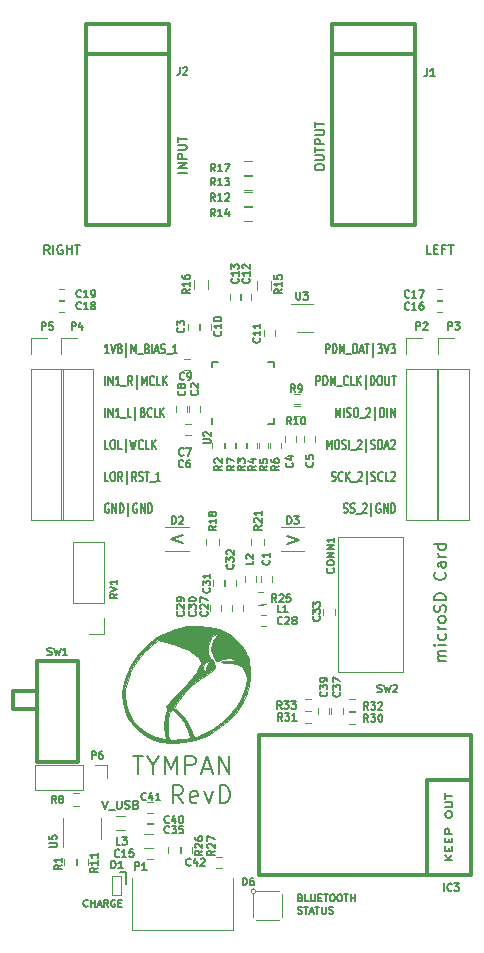
<source format=gbr>
G04 #@! TF.GenerationSoftware,KiCad,Pcbnew,(5.1.5)-3*
G04 #@! TF.CreationDate,2020-05-06T16:42:26+05:30*
G04 #@! TF.ProjectId,Tympan_D,54796d70-616e-45f4-942e-6b696361645f,rev?*
G04 #@! TF.SameCoordinates,PX6d878d0PY72e6100*
G04 #@! TF.FileFunction,Legend,Top*
G04 #@! TF.FilePolarity,Positive*
%FSLAX46Y46*%
G04 Gerber Fmt 4.6, Leading zero omitted, Abs format (unit mm)*
G04 Created by KiCad (PCBNEW (5.1.5)-3) date 2020-05-06 16:42:26*
%MOMM*%
%LPD*%
G04 APERTURE LIST*
%ADD10C,0.200000*%
%ADD11C,0.150000*%
%ADD12C,0.177800*%
%ADD13C,0.120000*%
%ADD14C,0.300000*%
%ADD15C,0.100000*%
%ADD16C,0.010000*%
%ADD17C,0.127000*%
G04 APERTURE END LIST*
D10*
X7970476Y4852381D02*
X8446666Y4852381D01*
X8446666Y3852381D01*
X13272619Y33358334D02*
X12272619Y33025000D01*
X13272619Y32691667D01*
X22102380Y32641667D02*
X23102380Y32975000D01*
X22102380Y33308334D01*
D11*
X23240357Y2667858D02*
X23326071Y2639286D01*
X23354642Y2610715D01*
X23383214Y2553572D01*
X23383214Y2467858D01*
X23354642Y2410715D01*
X23326071Y2382143D01*
X23268928Y2353572D01*
X23040357Y2353572D01*
X23040357Y2953572D01*
X23240357Y2953572D01*
X23297500Y2925000D01*
X23326071Y2896429D01*
X23354642Y2839286D01*
X23354642Y2782143D01*
X23326071Y2725000D01*
X23297500Y2696429D01*
X23240357Y2667858D01*
X23040357Y2667858D01*
X23926071Y2353572D02*
X23640357Y2353572D01*
X23640357Y2953572D01*
X24126071Y2953572D02*
X24126071Y2467858D01*
X24154642Y2410715D01*
X24183214Y2382143D01*
X24240357Y2353572D01*
X24354642Y2353572D01*
X24411785Y2382143D01*
X24440357Y2410715D01*
X24468928Y2467858D01*
X24468928Y2953572D01*
X24754642Y2667858D02*
X24954642Y2667858D01*
X25040357Y2353572D02*
X24754642Y2353572D01*
X24754642Y2953572D01*
X25040357Y2953572D01*
X25211785Y2953572D02*
X25554642Y2953572D01*
X25383214Y2353572D02*
X25383214Y2953572D01*
X25868928Y2953572D02*
X25983214Y2953572D01*
X26040357Y2925000D01*
X26097500Y2867858D01*
X26126071Y2753572D01*
X26126071Y2553572D01*
X26097500Y2439286D01*
X26040357Y2382143D01*
X25983214Y2353572D01*
X25868928Y2353572D01*
X25811785Y2382143D01*
X25754642Y2439286D01*
X25726071Y2553572D01*
X25726071Y2753572D01*
X25754642Y2867858D01*
X25811785Y2925000D01*
X25868928Y2953572D01*
X26497500Y2953572D02*
X26611785Y2953572D01*
X26668928Y2925000D01*
X26726071Y2867858D01*
X26754642Y2753572D01*
X26754642Y2553572D01*
X26726071Y2439286D01*
X26668928Y2382143D01*
X26611785Y2353572D01*
X26497500Y2353572D01*
X26440357Y2382143D01*
X26383214Y2439286D01*
X26354642Y2553572D01*
X26354642Y2753572D01*
X26383214Y2867858D01*
X26440357Y2925000D01*
X26497500Y2953572D01*
X26926071Y2953572D02*
X27268928Y2953572D01*
X27097500Y2353572D02*
X27097500Y2953572D01*
X27468928Y2353572D02*
X27468928Y2953572D01*
X27468928Y2667858D02*
X27811785Y2667858D01*
X27811785Y2353572D02*
X27811785Y2953572D01*
X23011785Y1332143D02*
X23097500Y1303572D01*
X23240357Y1303572D01*
X23297500Y1332143D01*
X23326071Y1360715D01*
X23354642Y1417858D01*
X23354642Y1475000D01*
X23326071Y1532143D01*
X23297500Y1560715D01*
X23240357Y1589286D01*
X23126071Y1617858D01*
X23068928Y1646429D01*
X23040357Y1675000D01*
X23011785Y1732143D01*
X23011785Y1789286D01*
X23040357Y1846429D01*
X23068928Y1875000D01*
X23126071Y1903572D01*
X23268928Y1903572D01*
X23354642Y1875000D01*
X23526071Y1903572D02*
X23868928Y1903572D01*
X23697500Y1303572D02*
X23697500Y1903572D01*
X24040357Y1475000D02*
X24326071Y1475000D01*
X23983214Y1303572D02*
X24183214Y1903572D01*
X24383214Y1303572D01*
X24497500Y1903572D02*
X24840357Y1903572D01*
X24668928Y1303572D02*
X24668928Y1903572D01*
X25040357Y1903572D02*
X25040357Y1417858D01*
X25068928Y1360715D01*
X25097500Y1332143D01*
X25154642Y1303572D01*
X25268928Y1303572D01*
X25326071Y1332143D01*
X25354642Y1360715D01*
X25383214Y1417858D01*
X25383214Y1903572D01*
X25640357Y1332143D02*
X25726071Y1303572D01*
X25868928Y1303572D01*
X25926071Y1332143D01*
X25954642Y1360715D01*
X25983214Y1417858D01*
X25983214Y1475000D01*
X25954642Y1532143D01*
X25926071Y1560715D01*
X25868928Y1589286D01*
X25754642Y1617858D01*
X25697500Y1646429D01*
X25668928Y1675000D01*
X25640357Y1732143D01*
X25640357Y1789286D01*
X25668928Y1846429D01*
X25697500Y1875000D01*
X25754642Y1903572D01*
X25897500Y1903572D01*
X25983214Y1875000D01*
X5222857Y1955715D02*
X5194285Y1927143D01*
X5108571Y1898572D01*
X5051428Y1898572D01*
X4965714Y1927143D01*
X4908571Y1984286D01*
X4880000Y2041429D01*
X4851428Y2155715D01*
X4851428Y2241429D01*
X4880000Y2355715D01*
X4908571Y2412858D01*
X4965714Y2470000D01*
X5051428Y2498572D01*
X5108571Y2498572D01*
X5194285Y2470000D01*
X5222857Y2441429D01*
X5480000Y1898572D02*
X5480000Y2498572D01*
X5480000Y2212858D02*
X5822857Y2212858D01*
X5822857Y1898572D02*
X5822857Y2498572D01*
X6080000Y2070000D02*
X6365714Y2070000D01*
X6022857Y1898572D02*
X6222857Y2498572D01*
X6422857Y1898572D01*
X6965714Y1898572D02*
X6765714Y2184286D01*
X6622857Y1898572D02*
X6622857Y2498572D01*
X6851428Y2498572D01*
X6908571Y2470000D01*
X6937142Y2441429D01*
X6965714Y2384286D01*
X6965714Y2298572D01*
X6937142Y2241429D01*
X6908571Y2212858D01*
X6851428Y2184286D01*
X6622857Y2184286D01*
X7537142Y2470000D02*
X7480000Y2498572D01*
X7394285Y2498572D01*
X7308571Y2470000D01*
X7251428Y2412858D01*
X7222857Y2355715D01*
X7194285Y2241429D01*
X7194285Y2155715D01*
X7222857Y2041429D01*
X7251428Y1984286D01*
X7308571Y1927143D01*
X7394285Y1898572D01*
X7451428Y1898572D01*
X7537142Y1927143D01*
X7565714Y1955715D01*
X7565714Y2155715D01*
X7451428Y2155715D01*
X7822857Y2212858D02*
X8022857Y2212858D01*
X8108571Y1898572D02*
X7822857Y1898572D01*
X7822857Y2498572D01*
X8108571Y2498572D01*
X25352500Y48738096D02*
X25352500Y49538096D01*
X25581071Y49538096D01*
X25638214Y49500000D01*
X25666785Y49461905D01*
X25695357Y49385715D01*
X25695357Y49271429D01*
X25666785Y49195239D01*
X25638214Y49157143D01*
X25581071Y49119048D01*
X25352500Y49119048D01*
X25952500Y48738096D02*
X25952500Y49538096D01*
X26095357Y49538096D01*
X26181071Y49500000D01*
X26238214Y49423810D01*
X26266785Y49347620D01*
X26295357Y49195239D01*
X26295357Y49080953D01*
X26266785Y48928572D01*
X26238214Y48852381D01*
X26181071Y48776191D01*
X26095357Y48738096D01*
X25952500Y48738096D01*
X26552500Y48738096D02*
X26552500Y49538096D01*
X26752500Y48966667D01*
X26952500Y49538096D01*
X26952500Y48738096D01*
X27095357Y48661905D02*
X27552500Y48661905D01*
X27695357Y48738096D02*
X27695357Y49538096D01*
X27838214Y49538096D01*
X27923928Y49500000D01*
X27981071Y49423810D01*
X28009642Y49347620D01*
X28038214Y49195239D01*
X28038214Y49080953D01*
X28009642Y48928572D01*
X27981071Y48852381D01*
X27923928Y48776191D01*
X27838214Y48738096D01*
X27695357Y48738096D01*
X28266785Y48966667D02*
X28552500Y48966667D01*
X28209642Y48738096D02*
X28409642Y49538096D01*
X28609642Y48738096D01*
X28723928Y49538096D02*
X29066785Y49538096D01*
X28895357Y48738096D02*
X28895357Y49538096D01*
X29409642Y48471429D02*
X29409642Y49614286D01*
X29781071Y49538096D02*
X30152500Y49538096D01*
X29952500Y49233334D01*
X30038214Y49233334D01*
X30095357Y49195239D01*
X30123928Y49157143D01*
X30152500Y49080953D01*
X30152500Y48890477D01*
X30123928Y48814286D01*
X30095357Y48776191D01*
X30038214Y48738096D01*
X29866785Y48738096D01*
X29809642Y48776191D01*
X29781071Y48814286D01*
X30323928Y49538096D02*
X30523928Y48738096D01*
X30723928Y49538096D01*
X30866785Y49538096D02*
X31238214Y49538096D01*
X31038214Y49233334D01*
X31123928Y49233334D01*
X31181071Y49195239D01*
X31209642Y49157143D01*
X31238214Y49080953D01*
X31238214Y48890477D01*
X31209642Y48814286D01*
X31181071Y48776191D01*
X31123928Y48738096D01*
X30952500Y48738096D01*
X30895357Y48776191D01*
X30866785Y48814286D01*
X24581071Y46038096D02*
X24581071Y46838096D01*
X24809642Y46838096D01*
X24866785Y46800000D01*
X24895357Y46761905D01*
X24923928Y46685715D01*
X24923928Y46571429D01*
X24895357Y46495239D01*
X24866785Y46457143D01*
X24809642Y46419048D01*
X24581071Y46419048D01*
X25181071Y46038096D02*
X25181071Y46838096D01*
X25323928Y46838096D01*
X25409642Y46800000D01*
X25466785Y46723810D01*
X25495357Y46647620D01*
X25523928Y46495239D01*
X25523928Y46380953D01*
X25495357Y46228572D01*
X25466785Y46152381D01*
X25409642Y46076191D01*
X25323928Y46038096D01*
X25181071Y46038096D01*
X25781071Y46038096D02*
X25781071Y46838096D01*
X25981071Y46266667D01*
X26181071Y46838096D01*
X26181071Y46038096D01*
X26323928Y45961905D02*
X26781071Y45961905D01*
X27266785Y46114286D02*
X27238214Y46076191D01*
X27152500Y46038096D01*
X27095357Y46038096D01*
X27009642Y46076191D01*
X26952500Y46152381D01*
X26923928Y46228572D01*
X26895357Y46380953D01*
X26895357Y46495239D01*
X26923928Y46647620D01*
X26952500Y46723810D01*
X27009642Y46800000D01*
X27095357Y46838096D01*
X27152500Y46838096D01*
X27238214Y46800000D01*
X27266785Y46761905D01*
X27809642Y46038096D02*
X27523928Y46038096D01*
X27523928Y46838096D01*
X28009642Y46038096D02*
X28009642Y46838096D01*
X28352500Y46038096D02*
X28095357Y46495239D01*
X28352500Y46838096D02*
X28009642Y46380953D01*
X28752500Y45771429D02*
X28752500Y46914286D01*
X29181071Y46038096D02*
X29181071Y46838096D01*
X29323928Y46838096D01*
X29409642Y46800000D01*
X29466785Y46723810D01*
X29495357Y46647620D01*
X29523928Y46495239D01*
X29523928Y46380953D01*
X29495357Y46228572D01*
X29466785Y46152381D01*
X29409642Y46076191D01*
X29323928Y46038096D01*
X29181071Y46038096D01*
X29895357Y46838096D02*
X30009642Y46838096D01*
X30066785Y46800000D01*
X30123928Y46723810D01*
X30152500Y46571429D01*
X30152500Y46304762D01*
X30123928Y46152381D01*
X30066785Y46076191D01*
X30009642Y46038096D01*
X29895357Y46038096D01*
X29838214Y46076191D01*
X29781071Y46152381D01*
X29752500Y46304762D01*
X29752500Y46571429D01*
X29781071Y46723810D01*
X29838214Y46800000D01*
X29895357Y46838096D01*
X30409642Y46838096D02*
X30409642Y46190477D01*
X30438214Y46114286D01*
X30466785Y46076191D01*
X30523928Y46038096D01*
X30638214Y46038096D01*
X30695357Y46076191D01*
X30723928Y46114286D01*
X30752500Y46190477D01*
X30752500Y46838096D01*
X30952500Y46838096D02*
X31295357Y46838096D01*
X31123928Y46038096D02*
X31123928Y46838096D01*
X26209642Y43338096D02*
X26209642Y44138096D01*
X26409642Y43566667D01*
X26609642Y44138096D01*
X26609642Y43338096D01*
X26895357Y43338096D02*
X26895357Y44138096D01*
X27152500Y43376191D02*
X27238214Y43338096D01*
X27381071Y43338096D01*
X27438214Y43376191D01*
X27466785Y43414286D01*
X27495357Y43490477D01*
X27495357Y43566667D01*
X27466785Y43642858D01*
X27438214Y43680953D01*
X27381071Y43719048D01*
X27266785Y43757143D01*
X27209642Y43795239D01*
X27181071Y43833334D01*
X27152500Y43909524D01*
X27152500Y43985715D01*
X27181071Y44061905D01*
X27209642Y44100000D01*
X27266785Y44138096D01*
X27409642Y44138096D01*
X27495357Y44100000D01*
X27866785Y44138096D02*
X27981071Y44138096D01*
X28038214Y44100000D01*
X28095357Y44023810D01*
X28123928Y43871429D01*
X28123928Y43604762D01*
X28095357Y43452381D01*
X28038214Y43376191D01*
X27981071Y43338096D01*
X27866785Y43338096D01*
X27809642Y43376191D01*
X27752500Y43452381D01*
X27723928Y43604762D01*
X27723928Y43871429D01*
X27752500Y44023810D01*
X27809642Y44100000D01*
X27866785Y44138096D01*
X28238214Y43261905D02*
X28695357Y43261905D01*
X28809642Y44061905D02*
X28838214Y44100000D01*
X28895357Y44138096D01*
X29038214Y44138096D01*
X29095357Y44100000D01*
X29123928Y44061905D01*
X29152500Y43985715D01*
X29152500Y43909524D01*
X29123928Y43795239D01*
X28781071Y43338096D01*
X29152500Y43338096D01*
X29552500Y43071429D02*
X29552500Y44214286D01*
X29981071Y43338096D02*
X29981071Y44138096D01*
X30123928Y44138096D01*
X30209642Y44100000D01*
X30266785Y44023810D01*
X30295357Y43947620D01*
X30323928Y43795239D01*
X30323928Y43680953D01*
X30295357Y43528572D01*
X30266785Y43452381D01*
X30209642Y43376191D01*
X30123928Y43338096D01*
X29981071Y43338096D01*
X30581071Y43338096D02*
X30581071Y44138096D01*
X30866785Y43338096D02*
X30866785Y44138096D01*
X31209642Y43338096D01*
X31209642Y44138096D01*
X25466785Y40638096D02*
X25466785Y41438096D01*
X25666785Y40866667D01*
X25866785Y41438096D01*
X25866785Y40638096D01*
X26266785Y41438096D02*
X26381071Y41438096D01*
X26438214Y41400000D01*
X26495357Y41323810D01*
X26523928Y41171429D01*
X26523928Y40904762D01*
X26495357Y40752381D01*
X26438214Y40676191D01*
X26381071Y40638096D01*
X26266785Y40638096D01*
X26209642Y40676191D01*
X26152500Y40752381D01*
X26123928Y40904762D01*
X26123928Y41171429D01*
X26152500Y41323810D01*
X26209642Y41400000D01*
X26266785Y41438096D01*
X26752500Y40676191D02*
X26838214Y40638096D01*
X26981071Y40638096D01*
X27038214Y40676191D01*
X27066785Y40714286D01*
X27095357Y40790477D01*
X27095357Y40866667D01*
X27066785Y40942858D01*
X27038214Y40980953D01*
X26981071Y41019048D01*
X26866785Y41057143D01*
X26809642Y41095239D01*
X26781071Y41133334D01*
X26752500Y41209524D01*
X26752500Y41285715D01*
X26781071Y41361905D01*
X26809642Y41400000D01*
X26866785Y41438096D01*
X27009642Y41438096D01*
X27095357Y41400000D01*
X27352500Y40638096D02*
X27352500Y41438096D01*
X27495357Y40561905D02*
X27952500Y40561905D01*
X28066785Y41361905D02*
X28095357Y41400000D01*
X28152500Y41438096D01*
X28295357Y41438096D01*
X28352500Y41400000D01*
X28381071Y41361905D01*
X28409642Y41285715D01*
X28409642Y41209524D01*
X28381071Y41095239D01*
X28038214Y40638096D01*
X28409642Y40638096D01*
X28809642Y40371429D02*
X28809642Y41514286D01*
X29209642Y40676191D02*
X29295357Y40638096D01*
X29438214Y40638096D01*
X29495357Y40676191D01*
X29523928Y40714286D01*
X29552500Y40790477D01*
X29552500Y40866667D01*
X29523928Y40942858D01*
X29495357Y40980953D01*
X29438214Y41019048D01*
X29323928Y41057143D01*
X29266785Y41095239D01*
X29238214Y41133334D01*
X29209642Y41209524D01*
X29209642Y41285715D01*
X29238214Y41361905D01*
X29266785Y41400000D01*
X29323928Y41438096D01*
X29466785Y41438096D01*
X29552500Y41400000D01*
X29809642Y40638096D02*
X29809642Y41438096D01*
X29952500Y41438096D01*
X30038214Y41400000D01*
X30095357Y41323810D01*
X30123928Y41247620D01*
X30152500Y41095239D01*
X30152500Y40980953D01*
X30123928Y40828572D01*
X30095357Y40752381D01*
X30038214Y40676191D01*
X29952500Y40638096D01*
X29809642Y40638096D01*
X30381071Y40866667D02*
X30666785Y40866667D01*
X30323928Y40638096D02*
X30523928Y41438096D01*
X30723928Y40638096D01*
X30895357Y41361905D02*
X30923928Y41400000D01*
X30981071Y41438096D01*
X31123928Y41438096D01*
X31181071Y41400000D01*
X31209642Y41361905D01*
X31238214Y41285715D01*
X31238214Y41209524D01*
X31209642Y41095239D01*
X30866785Y40638096D01*
X31238214Y40638096D01*
X25866785Y37976191D02*
X25952500Y37938096D01*
X26095357Y37938096D01*
X26152500Y37976191D01*
X26181071Y38014286D01*
X26209642Y38090477D01*
X26209642Y38166667D01*
X26181071Y38242858D01*
X26152500Y38280953D01*
X26095357Y38319048D01*
X25981071Y38357143D01*
X25923928Y38395239D01*
X25895357Y38433334D01*
X25866785Y38509524D01*
X25866785Y38585715D01*
X25895357Y38661905D01*
X25923928Y38700000D01*
X25981071Y38738096D01*
X26123928Y38738096D01*
X26209642Y38700000D01*
X26809642Y38014286D02*
X26781071Y37976191D01*
X26695357Y37938096D01*
X26638214Y37938096D01*
X26552500Y37976191D01*
X26495357Y38052381D01*
X26466785Y38128572D01*
X26438214Y38280953D01*
X26438214Y38395239D01*
X26466785Y38547620D01*
X26495357Y38623810D01*
X26552500Y38700000D01*
X26638214Y38738096D01*
X26695357Y38738096D01*
X26781071Y38700000D01*
X26809642Y38661905D01*
X27066785Y37938096D02*
X27066785Y38738096D01*
X27409642Y37938096D02*
X27152500Y38395239D01*
X27409642Y38738096D02*
X27066785Y38280953D01*
X27523928Y37861905D02*
X27981071Y37861905D01*
X28095357Y38661905D02*
X28123928Y38700000D01*
X28181071Y38738096D01*
X28323928Y38738096D01*
X28381071Y38700000D01*
X28409642Y38661905D01*
X28438214Y38585715D01*
X28438214Y38509524D01*
X28409642Y38395239D01*
X28066785Y37938096D01*
X28438214Y37938096D01*
X28838214Y37671429D02*
X28838214Y38814286D01*
X29238214Y37976191D02*
X29323928Y37938096D01*
X29466785Y37938096D01*
X29523928Y37976191D01*
X29552500Y38014286D01*
X29581071Y38090477D01*
X29581071Y38166667D01*
X29552500Y38242858D01*
X29523928Y38280953D01*
X29466785Y38319048D01*
X29352500Y38357143D01*
X29295357Y38395239D01*
X29266785Y38433334D01*
X29238214Y38509524D01*
X29238214Y38585715D01*
X29266785Y38661905D01*
X29295357Y38700000D01*
X29352500Y38738096D01*
X29495357Y38738096D01*
X29581071Y38700000D01*
X30181071Y38014286D02*
X30152500Y37976191D01*
X30066785Y37938096D01*
X30009642Y37938096D01*
X29923928Y37976191D01*
X29866785Y38052381D01*
X29838214Y38128572D01*
X29809642Y38280953D01*
X29809642Y38395239D01*
X29838214Y38547620D01*
X29866785Y38623810D01*
X29923928Y38700000D01*
X30009642Y38738096D01*
X30066785Y38738096D01*
X30152500Y38700000D01*
X30181071Y38661905D01*
X30723928Y37938096D02*
X30438214Y37938096D01*
X30438214Y38738096D01*
X30895357Y38661905D02*
X30923928Y38700000D01*
X30981071Y38738096D01*
X31123928Y38738096D01*
X31181071Y38700000D01*
X31209642Y38661905D01*
X31238214Y38585715D01*
X31238214Y38509524D01*
X31209642Y38395239D01*
X30866785Y37938096D01*
X31238214Y37938096D01*
X26895357Y35276191D02*
X26981071Y35238096D01*
X27123928Y35238096D01*
X27181071Y35276191D01*
X27209642Y35314286D01*
X27238214Y35390477D01*
X27238214Y35466667D01*
X27209642Y35542858D01*
X27181071Y35580953D01*
X27123928Y35619048D01*
X27009642Y35657143D01*
X26952500Y35695239D01*
X26923928Y35733334D01*
X26895357Y35809524D01*
X26895357Y35885715D01*
X26923928Y35961905D01*
X26952500Y36000000D01*
X27009642Y36038096D01*
X27152500Y36038096D01*
X27238214Y36000000D01*
X27466785Y35276191D02*
X27552500Y35238096D01*
X27695357Y35238096D01*
X27752500Y35276191D01*
X27781071Y35314286D01*
X27809642Y35390477D01*
X27809642Y35466667D01*
X27781071Y35542858D01*
X27752500Y35580953D01*
X27695357Y35619048D01*
X27581071Y35657143D01*
X27523928Y35695239D01*
X27495357Y35733334D01*
X27466785Y35809524D01*
X27466785Y35885715D01*
X27495357Y35961905D01*
X27523928Y36000000D01*
X27581071Y36038096D01*
X27723928Y36038096D01*
X27809642Y36000000D01*
X27923928Y35161905D02*
X28381071Y35161905D01*
X28495357Y35961905D02*
X28523928Y36000000D01*
X28581071Y36038096D01*
X28723928Y36038096D01*
X28781071Y36000000D01*
X28809642Y35961905D01*
X28838214Y35885715D01*
X28838214Y35809524D01*
X28809642Y35695239D01*
X28466785Y35238096D01*
X28838214Y35238096D01*
X29238214Y34971429D02*
X29238214Y36114286D01*
X29981071Y36000000D02*
X29923928Y36038096D01*
X29838214Y36038096D01*
X29752500Y36000000D01*
X29695357Y35923810D01*
X29666785Y35847620D01*
X29638214Y35695239D01*
X29638214Y35580953D01*
X29666785Y35428572D01*
X29695357Y35352381D01*
X29752500Y35276191D01*
X29838214Y35238096D01*
X29895357Y35238096D01*
X29981071Y35276191D01*
X30009642Y35314286D01*
X30009642Y35580953D01*
X29895357Y35580953D01*
X30266785Y35238096D02*
X30266785Y36038096D01*
X30609642Y35238096D01*
X30609642Y36038096D01*
X30895357Y35238096D02*
X30895357Y36038096D01*
X31038214Y36038096D01*
X31123928Y36000000D01*
X31181071Y35923810D01*
X31209642Y35847620D01*
X31238214Y35695239D01*
X31238214Y35580953D01*
X31209642Y35428572D01*
X31181071Y35352381D01*
X31123928Y35276191D01*
X31038214Y35238096D01*
X30895357Y35238096D01*
X7004642Y48738096D02*
X6661785Y48738096D01*
X6833214Y48738096D02*
X6833214Y49538096D01*
X6776071Y49423810D01*
X6718928Y49347620D01*
X6661785Y49309524D01*
X7176071Y49538096D02*
X7376071Y48738096D01*
X7576071Y49538096D01*
X7861785Y49195239D02*
X7804642Y49233334D01*
X7776071Y49271429D01*
X7747500Y49347620D01*
X7747500Y49385715D01*
X7776071Y49461905D01*
X7804642Y49500000D01*
X7861785Y49538096D01*
X7976071Y49538096D01*
X8033214Y49500000D01*
X8061785Y49461905D01*
X8090357Y49385715D01*
X8090357Y49347620D01*
X8061785Y49271429D01*
X8033214Y49233334D01*
X7976071Y49195239D01*
X7861785Y49195239D01*
X7804642Y49157143D01*
X7776071Y49119048D01*
X7747500Y49042858D01*
X7747500Y48890477D01*
X7776071Y48814286D01*
X7804642Y48776191D01*
X7861785Y48738096D01*
X7976071Y48738096D01*
X8033214Y48776191D01*
X8061785Y48814286D01*
X8090357Y48890477D01*
X8090357Y49042858D01*
X8061785Y49119048D01*
X8033214Y49157143D01*
X7976071Y49195239D01*
X8490357Y48471429D02*
X8490357Y49614286D01*
X8918928Y48738096D02*
X8918928Y49538096D01*
X9118928Y48966667D01*
X9318928Y49538096D01*
X9318928Y48738096D01*
X9461785Y48661905D02*
X9918928Y48661905D01*
X10261785Y49157143D02*
X10347500Y49119048D01*
X10376071Y49080953D01*
X10404642Y49004762D01*
X10404642Y48890477D01*
X10376071Y48814286D01*
X10347500Y48776191D01*
X10290357Y48738096D01*
X10061785Y48738096D01*
X10061785Y49538096D01*
X10261785Y49538096D01*
X10318928Y49500000D01*
X10347500Y49461905D01*
X10376071Y49385715D01*
X10376071Y49309524D01*
X10347500Y49233334D01*
X10318928Y49195239D01*
X10261785Y49157143D01*
X10061785Y49157143D01*
X10661785Y48738096D02*
X10661785Y49538096D01*
X10918928Y48966667D02*
X11204642Y48966667D01*
X10861785Y48738096D02*
X11061785Y49538096D01*
X11261785Y48738096D01*
X11433214Y48776191D02*
X11518928Y48738096D01*
X11661785Y48738096D01*
X11718928Y48776191D01*
X11747500Y48814286D01*
X11776071Y48890477D01*
X11776071Y48966667D01*
X11747500Y49042858D01*
X11718928Y49080953D01*
X11661785Y49119048D01*
X11547500Y49157143D01*
X11490357Y49195239D01*
X11461785Y49233334D01*
X11433214Y49309524D01*
X11433214Y49385715D01*
X11461785Y49461905D01*
X11490357Y49500000D01*
X11547500Y49538096D01*
X11690357Y49538096D01*
X11776071Y49500000D01*
X11890357Y48661905D02*
X12347500Y48661905D01*
X12804642Y48738096D02*
X12461785Y48738096D01*
X12633214Y48738096D02*
X12633214Y49538096D01*
X12576071Y49423810D01*
X12518928Y49347620D01*
X12461785Y49309524D01*
X6690357Y46038096D02*
X6690357Y46838096D01*
X6976071Y46038096D02*
X6976071Y46838096D01*
X7318928Y46038096D01*
X7318928Y46838096D01*
X7918928Y46038096D02*
X7576071Y46038096D01*
X7747500Y46038096D02*
X7747500Y46838096D01*
X7690357Y46723810D01*
X7633214Y46647620D01*
X7576071Y46609524D01*
X8033214Y45961905D02*
X8490357Y45961905D01*
X8976071Y46038096D02*
X8776071Y46419048D01*
X8633214Y46038096D02*
X8633214Y46838096D01*
X8861785Y46838096D01*
X8918928Y46800000D01*
X8947500Y46761905D01*
X8976071Y46685715D01*
X8976071Y46571429D01*
X8947500Y46495239D01*
X8918928Y46457143D01*
X8861785Y46419048D01*
X8633214Y46419048D01*
X9376071Y45771429D02*
X9376071Y46914286D01*
X9804642Y46038096D02*
X9804642Y46838096D01*
X10004642Y46266667D01*
X10204642Y46838096D01*
X10204642Y46038096D01*
X10833214Y46114286D02*
X10804642Y46076191D01*
X10718928Y46038096D01*
X10661785Y46038096D01*
X10576071Y46076191D01*
X10518928Y46152381D01*
X10490357Y46228572D01*
X10461785Y46380953D01*
X10461785Y46495239D01*
X10490357Y46647620D01*
X10518928Y46723810D01*
X10576071Y46800000D01*
X10661785Y46838096D01*
X10718928Y46838096D01*
X10804642Y46800000D01*
X10833214Y46761905D01*
X11376071Y46038096D02*
X11090357Y46038096D01*
X11090357Y46838096D01*
X11576071Y46038096D02*
X11576071Y46838096D01*
X11918928Y46038096D02*
X11661785Y46495239D01*
X11918928Y46838096D02*
X11576071Y46380953D01*
X6690357Y43338096D02*
X6690357Y44138096D01*
X6976071Y43338096D02*
X6976071Y44138096D01*
X7318928Y43338096D01*
X7318928Y44138096D01*
X7918928Y43338096D02*
X7576071Y43338096D01*
X7747500Y43338096D02*
X7747500Y44138096D01*
X7690357Y44023810D01*
X7633214Y43947620D01*
X7576071Y43909524D01*
X8033214Y43261905D02*
X8490357Y43261905D01*
X8918928Y43338096D02*
X8633214Y43338096D01*
X8633214Y44138096D01*
X9261785Y43071429D02*
X9261785Y44214286D01*
X9890357Y43757143D02*
X9976071Y43719048D01*
X10004642Y43680953D01*
X10033214Y43604762D01*
X10033214Y43490477D01*
X10004642Y43414286D01*
X9976071Y43376191D01*
X9918928Y43338096D01*
X9690357Y43338096D01*
X9690357Y44138096D01*
X9890357Y44138096D01*
X9947500Y44100000D01*
X9976071Y44061905D01*
X10004642Y43985715D01*
X10004642Y43909524D01*
X9976071Y43833334D01*
X9947500Y43795239D01*
X9890357Y43757143D01*
X9690357Y43757143D01*
X10633214Y43414286D02*
X10604642Y43376191D01*
X10518928Y43338096D01*
X10461785Y43338096D01*
X10376071Y43376191D01*
X10318928Y43452381D01*
X10290357Y43528572D01*
X10261785Y43680953D01*
X10261785Y43795239D01*
X10290357Y43947620D01*
X10318928Y44023810D01*
X10376071Y44100000D01*
X10461785Y44138096D01*
X10518928Y44138096D01*
X10604642Y44100000D01*
X10633214Y44061905D01*
X11176071Y43338096D02*
X10890357Y43338096D01*
X10890357Y44138096D01*
X11376071Y43338096D02*
X11376071Y44138096D01*
X11718928Y43338096D02*
X11461785Y43795239D01*
X11718928Y44138096D02*
X11376071Y43680953D01*
X6976071Y40638096D02*
X6690357Y40638096D01*
X6690357Y41438096D01*
X7290357Y41438096D02*
X7404642Y41438096D01*
X7461785Y41400000D01*
X7518928Y41323810D01*
X7547500Y41171429D01*
X7547500Y40904762D01*
X7518928Y40752381D01*
X7461785Y40676191D01*
X7404642Y40638096D01*
X7290357Y40638096D01*
X7233214Y40676191D01*
X7176071Y40752381D01*
X7147500Y40904762D01*
X7147500Y41171429D01*
X7176071Y41323810D01*
X7233214Y41400000D01*
X7290357Y41438096D01*
X8090357Y40638096D02*
X7804642Y40638096D01*
X7804642Y41438096D01*
X8433214Y40371429D02*
X8433214Y41514286D01*
X8804642Y41438096D02*
X8947500Y40638096D01*
X9061785Y41209524D01*
X9176071Y40638096D01*
X9318928Y41438096D01*
X9890357Y40714286D02*
X9861785Y40676191D01*
X9776071Y40638096D01*
X9718928Y40638096D01*
X9633214Y40676191D01*
X9576071Y40752381D01*
X9547500Y40828572D01*
X9518928Y40980953D01*
X9518928Y41095239D01*
X9547500Y41247620D01*
X9576071Y41323810D01*
X9633214Y41400000D01*
X9718928Y41438096D01*
X9776071Y41438096D01*
X9861785Y41400000D01*
X9890357Y41361905D01*
X10433214Y40638096D02*
X10147500Y40638096D01*
X10147500Y41438096D01*
X10633214Y40638096D02*
X10633214Y41438096D01*
X10976071Y40638096D02*
X10718928Y41095239D01*
X10976071Y41438096D02*
X10633214Y40980953D01*
X6976071Y37938096D02*
X6690357Y37938096D01*
X6690357Y38738096D01*
X7290357Y38738096D02*
X7404642Y38738096D01*
X7461785Y38700000D01*
X7518928Y38623810D01*
X7547500Y38471429D01*
X7547500Y38204762D01*
X7518928Y38052381D01*
X7461785Y37976191D01*
X7404642Y37938096D01*
X7290357Y37938096D01*
X7233214Y37976191D01*
X7176071Y38052381D01*
X7147500Y38204762D01*
X7147500Y38471429D01*
X7176071Y38623810D01*
X7233214Y38700000D01*
X7290357Y38738096D01*
X8147500Y37938096D02*
X7947500Y38319048D01*
X7804642Y37938096D02*
X7804642Y38738096D01*
X8033214Y38738096D01*
X8090357Y38700000D01*
X8118928Y38661905D01*
X8147500Y38585715D01*
X8147500Y38471429D01*
X8118928Y38395239D01*
X8090357Y38357143D01*
X8033214Y38319048D01*
X7804642Y38319048D01*
X8547500Y37671429D02*
X8547500Y38814286D01*
X9318928Y37938096D02*
X9118928Y38319048D01*
X8976071Y37938096D02*
X8976071Y38738096D01*
X9204642Y38738096D01*
X9261785Y38700000D01*
X9290357Y38661905D01*
X9318928Y38585715D01*
X9318928Y38471429D01*
X9290357Y38395239D01*
X9261785Y38357143D01*
X9204642Y38319048D01*
X8976071Y38319048D01*
X9547500Y37976191D02*
X9633214Y37938096D01*
X9776071Y37938096D01*
X9833214Y37976191D01*
X9861785Y38014286D01*
X9890357Y38090477D01*
X9890357Y38166667D01*
X9861785Y38242858D01*
X9833214Y38280953D01*
X9776071Y38319048D01*
X9661785Y38357143D01*
X9604642Y38395239D01*
X9576071Y38433334D01*
X9547500Y38509524D01*
X9547500Y38585715D01*
X9576071Y38661905D01*
X9604642Y38700000D01*
X9661785Y38738096D01*
X9804642Y38738096D01*
X9890357Y38700000D01*
X10061785Y38738096D02*
X10404642Y38738096D01*
X10233214Y37938096D02*
X10233214Y38738096D01*
X10461785Y37861905D02*
X10918928Y37861905D01*
X11376071Y37938096D02*
X11033214Y37938096D01*
X11204642Y37938096D02*
X11204642Y38738096D01*
X11147500Y38623810D01*
X11090357Y38547620D01*
X11033214Y38509524D01*
X7004642Y36000000D02*
X6947500Y36038096D01*
X6861785Y36038096D01*
X6776071Y36000000D01*
X6718928Y35923810D01*
X6690357Y35847620D01*
X6661785Y35695239D01*
X6661785Y35580953D01*
X6690357Y35428572D01*
X6718928Y35352381D01*
X6776071Y35276191D01*
X6861785Y35238096D01*
X6918928Y35238096D01*
X7004642Y35276191D01*
X7033214Y35314286D01*
X7033214Y35580953D01*
X6918928Y35580953D01*
X7290357Y35238096D02*
X7290357Y36038096D01*
X7633214Y35238096D01*
X7633214Y36038096D01*
X7918928Y35238096D02*
X7918928Y36038096D01*
X8061785Y36038096D01*
X8147500Y36000000D01*
X8204642Y35923810D01*
X8233214Y35847620D01*
X8261785Y35695239D01*
X8261785Y35580953D01*
X8233214Y35428572D01*
X8204642Y35352381D01*
X8147500Y35276191D01*
X8061785Y35238096D01*
X7918928Y35238096D01*
X8661785Y34971429D02*
X8661785Y36114286D01*
X9404642Y36000000D02*
X9347500Y36038096D01*
X9261785Y36038096D01*
X9176071Y36000000D01*
X9118928Y35923810D01*
X9090357Y35847620D01*
X9061785Y35695239D01*
X9061785Y35580953D01*
X9090357Y35428572D01*
X9118928Y35352381D01*
X9176071Y35276191D01*
X9261785Y35238096D01*
X9318928Y35238096D01*
X9404642Y35276191D01*
X9433214Y35314286D01*
X9433214Y35580953D01*
X9318928Y35580953D01*
X9690357Y35238096D02*
X9690357Y36038096D01*
X10033214Y35238096D01*
X10033214Y36038096D01*
X10318928Y35238096D02*
X10318928Y36038096D01*
X10461785Y36038096D01*
X10547500Y36000000D01*
X10604642Y35923810D01*
X10633214Y35847620D01*
X10661785Y35695239D01*
X10661785Y35580953D01*
X10633214Y35428572D01*
X10604642Y35352381D01*
X10547500Y35276191D01*
X10461785Y35238096D01*
X10318928Y35238096D01*
D10*
X35552380Y22721429D02*
X34885714Y22721429D01*
X34980952Y22721429D02*
X34933333Y22769048D01*
X34885714Y22864286D01*
X34885714Y23007143D01*
X34933333Y23102381D01*
X35028571Y23150000D01*
X35552380Y23150000D01*
X35028571Y23150000D02*
X34933333Y23197620D01*
X34885714Y23292858D01*
X34885714Y23435715D01*
X34933333Y23530953D01*
X35028571Y23578572D01*
X35552380Y23578572D01*
X35552380Y24054762D02*
X34885714Y24054762D01*
X34552380Y24054762D02*
X34600000Y24007143D01*
X34647619Y24054762D01*
X34600000Y24102381D01*
X34552380Y24054762D01*
X34647619Y24054762D01*
X35504761Y24959524D02*
X35552380Y24864286D01*
X35552380Y24673810D01*
X35504761Y24578572D01*
X35457142Y24530953D01*
X35361904Y24483334D01*
X35076190Y24483334D01*
X34980952Y24530953D01*
X34933333Y24578572D01*
X34885714Y24673810D01*
X34885714Y24864286D01*
X34933333Y24959524D01*
X35552380Y25388096D02*
X34885714Y25388096D01*
X35076190Y25388096D02*
X34980952Y25435715D01*
X34933333Y25483334D01*
X34885714Y25578572D01*
X34885714Y25673810D01*
X35552380Y26150000D02*
X35504761Y26054762D01*
X35457142Y26007143D01*
X35361904Y25959524D01*
X35076190Y25959524D01*
X34980952Y26007143D01*
X34933333Y26054762D01*
X34885714Y26150000D01*
X34885714Y26292858D01*
X34933333Y26388096D01*
X34980952Y26435715D01*
X35076190Y26483334D01*
X35361904Y26483334D01*
X35457142Y26435715D01*
X35504761Y26388096D01*
X35552380Y26292858D01*
X35552380Y26150000D01*
X35504761Y26864286D02*
X35552380Y27007143D01*
X35552380Y27245239D01*
X35504761Y27340477D01*
X35457142Y27388096D01*
X35361904Y27435715D01*
X35266666Y27435715D01*
X35171428Y27388096D01*
X35123809Y27340477D01*
X35076190Y27245239D01*
X35028571Y27054762D01*
X34980952Y26959524D01*
X34933333Y26911905D01*
X34838095Y26864286D01*
X34742857Y26864286D01*
X34647619Y26911905D01*
X34600000Y26959524D01*
X34552380Y27054762D01*
X34552380Y27292858D01*
X34600000Y27435715D01*
X35552380Y27864286D02*
X34552380Y27864286D01*
X34552380Y28102381D01*
X34600000Y28245239D01*
X34695238Y28340477D01*
X34790476Y28388096D01*
X34980952Y28435715D01*
X35123809Y28435715D01*
X35314285Y28388096D01*
X35409523Y28340477D01*
X35504761Y28245239D01*
X35552380Y28102381D01*
X35552380Y27864286D01*
X35457142Y30197620D02*
X35504761Y30150000D01*
X35552380Y30007143D01*
X35552380Y29911905D01*
X35504761Y29769048D01*
X35409523Y29673810D01*
X35314285Y29626191D01*
X35123809Y29578572D01*
X34980952Y29578572D01*
X34790476Y29626191D01*
X34695238Y29673810D01*
X34600000Y29769048D01*
X34552380Y29911905D01*
X34552380Y30007143D01*
X34600000Y30150000D01*
X34647619Y30197620D01*
X35552380Y31054762D02*
X35028571Y31054762D01*
X34933333Y31007143D01*
X34885714Y30911905D01*
X34885714Y30721429D01*
X34933333Y30626191D01*
X35504761Y31054762D02*
X35552380Y30959524D01*
X35552380Y30721429D01*
X35504761Y30626191D01*
X35409523Y30578572D01*
X35314285Y30578572D01*
X35219047Y30626191D01*
X35171428Y30721429D01*
X35171428Y30959524D01*
X35123809Y31054762D01*
X35552380Y31530953D02*
X34885714Y31530953D01*
X35076190Y31530953D02*
X34980952Y31578572D01*
X34933333Y31626191D01*
X34885714Y31721429D01*
X34885714Y31816667D01*
X35552380Y32578572D02*
X34552380Y32578572D01*
X35504761Y32578572D02*
X35552380Y32483334D01*
X35552380Y32292858D01*
X35504761Y32197620D01*
X35457142Y32150000D01*
X35361904Y32102381D01*
X35076190Y32102381D01*
X34980952Y32150000D01*
X34933333Y32197620D01*
X34885714Y32292858D01*
X34885714Y32483334D01*
X34933333Y32578572D01*
X9069142Y14667572D02*
X9940000Y14667572D01*
X9504571Y13143572D02*
X9504571Y14667572D01*
X10738285Y13869286D02*
X10738285Y13143572D01*
X10230285Y14667572D02*
X10738285Y13869286D01*
X11246285Y14667572D01*
X11754285Y13143572D02*
X11754285Y14667572D01*
X12262285Y13579000D01*
X12770285Y14667572D01*
X12770285Y13143572D01*
X13496000Y13143572D02*
X13496000Y14667572D01*
X14076571Y14667572D01*
X14221714Y14595000D01*
X14294285Y14522429D01*
X14366857Y14377286D01*
X14366857Y14159572D01*
X14294285Y14014429D01*
X14221714Y13941858D01*
X14076571Y13869286D01*
X13496000Y13869286D01*
X14947428Y13579000D02*
X15673142Y13579000D01*
X14802285Y13143572D02*
X15310285Y14667572D01*
X15818285Y13143572D01*
X16326285Y13143572D02*
X16326285Y14667572D01*
X17197142Y13143572D01*
X17197142Y14667572D01*
X13278285Y10657572D02*
X12770285Y11383286D01*
X12407428Y10657572D02*
X12407428Y12181572D01*
X12988000Y12181572D01*
X13133142Y12109000D01*
X13205714Y12036429D01*
X13278285Y11891286D01*
X13278285Y11673572D01*
X13205714Y11528429D01*
X13133142Y11455858D01*
X12988000Y11383286D01*
X12407428Y11383286D01*
X14512000Y10730143D02*
X14366857Y10657572D01*
X14076571Y10657572D01*
X13931428Y10730143D01*
X13858857Y10875286D01*
X13858857Y11455858D01*
X13931428Y11601000D01*
X14076571Y11673572D01*
X14366857Y11673572D01*
X14512000Y11601000D01*
X14584571Y11455858D01*
X14584571Y11310715D01*
X13858857Y11165572D01*
X15092571Y11673572D02*
X15455428Y10657572D01*
X15818285Y11673572D01*
X16398857Y10657572D02*
X16398857Y12181572D01*
X16761714Y12181572D01*
X16979428Y12109000D01*
X17124571Y11963858D01*
X17197142Y11818715D01*
X17269714Y11528429D01*
X17269714Y11310715D01*
X17197142Y11020429D01*
X17124571Y10875286D01*
X16979428Y10730143D01*
X16761714Y10657572D01*
X16398857Y10657572D01*
D12*
X13584714Y64060429D02*
X12822714Y64060429D01*
X13584714Y64423286D02*
X12822714Y64423286D01*
X13584714Y64858715D01*
X12822714Y64858715D01*
X13584714Y65221572D02*
X12822714Y65221572D01*
X12822714Y65511858D01*
X12859000Y65584429D01*
X12895285Y65620715D01*
X12967857Y65657000D01*
X13076714Y65657000D01*
X13149285Y65620715D01*
X13185571Y65584429D01*
X13221857Y65511858D01*
X13221857Y65221572D01*
X12822714Y65983572D02*
X13439571Y65983572D01*
X13512142Y66019858D01*
X13548428Y66056143D01*
X13584714Y66128715D01*
X13584714Y66273858D01*
X13548428Y66346429D01*
X13512142Y66382715D01*
X13439571Y66419000D01*
X12822714Y66419000D01*
X12822714Y66673000D02*
X12822714Y67108429D01*
X13584714Y66890715D02*
X12822714Y66890715D01*
X24462714Y64437572D02*
X24462714Y64582715D01*
X24499000Y64655286D01*
X24571571Y64727858D01*
X24716714Y64764143D01*
X24970714Y64764143D01*
X25115857Y64727858D01*
X25188428Y64655286D01*
X25224714Y64582715D01*
X25224714Y64437572D01*
X25188428Y64365000D01*
X25115857Y64292429D01*
X24970714Y64256143D01*
X24716714Y64256143D01*
X24571571Y64292429D01*
X24499000Y64365000D01*
X24462714Y64437572D01*
X24462714Y65090715D02*
X25079571Y65090715D01*
X25152142Y65127000D01*
X25188428Y65163286D01*
X25224714Y65235858D01*
X25224714Y65381000D01*
X25188428Y65453572D01*
X25152142Y65489858D01*
X25079571Y65526143D01*
X24462714Y65526143D01*
X24462714Y65780143D02*
X24462714Y66215572D01*
X25224714Y65997858D02*
X24462714Y65997858D01*
X25224714Y66469572D02*
X24462714Y66469572D01*
X24462714Y66759858D01*
X24499000Y66832429D01*
X24535285Y66868715D01*
X24607857Y66905000D01*
X24716714Y66905000D01*
X24789285Y66868715D01*
X24825571Y66832429D01*
X24861857Y66759858D01*
X24861857Y66469572D01*
X24462714Y67231572D02*
X25079571Y67231572D01*
X25152142Y67267858D01*
X25188428Y67304143D01*
X25224714Y67376715D01*
X25224714Y67521858D01*
X25188428Y67594429D01*
X25152142Y67630715D01*
X25079571Y67667000D01*
X24462714Y67667000D01*
X24462714Y67921000D02*
X24462714Y68356429D01*
X25224714Y68138715D02*
X24462714Y68138715D01*
X1984000Y57155286D02*
X1730000Y57518143D01*
X1548571Y57155286D02*
X1548571Y57917286D01*
X1838857Y57917286D01*
X1911428Y57881000D01*
X1947714Y57844715D01*
X1984000Y57772143D01*
X1984000Y57663286D01*
X1947714Y57590715D01*
X1911428Y57554429D01*
X1838857Y57518143D01*
X1548571Y57518143D01*
X2310571Y57155286D02*
X2310571Y57917286D01*
X3072571Y57881000D02*
X3000000Y57917286D01*
X2891142Y57917286D01*
X2782285Y57881000D01*
X2709714Y57808429D01*
X2673428Y57735858D01*
X2637142Y57590715D01*
X2637142Y57481858D01*
X2673428Y57336715D01*
X2709714Y57264143D01*
X2782285Y57191572D01*
X2891142Y57155286D01*
X2963714Y57155286D01*
X3072571Y57191572D01*
X3108857Y57227858D01*
X3108857Y57481858D01*
X2963714Y57481858D01*
X3435428Y57155286D02*
X3435428Y57917286D01*
X3435428Y57554429D02*
X3870857Y57554429D01*
X3870857Y57155286D02*
X3870857Y57917286D01*
X4124857Y57917286D02*
X4560285Y57917286D01*
X4342571Y57155286D02*
X4342571Y57917286D01*
X34274285Y57155286D02*
X33911428Y57155286D01*
X33911428Y57917286D01*
X34528285Y57554429D02*
X34782285Y57554429D01*
X34891142Y57155286D02*
X34528285Y57155286D01*
X34528285Y57917286D01*
X34891142Y57917286D01*
X35471714Y57554429D02*
X35217714Y57554429D01*
X35217714Y57155286D02*
X35217714Y57917286D01*
X35580571Y57917286D01*
X35762000Y57917286D02*
X36197428Y57917286D01*
X35979714Y57155286D02*
X35979714Y57917286D01*
D13*
X21580000Y40700000D02*
X21580000Y41200000D01*
X20520000Y41200000D02*
X20520000Y40700000D01*
D14*
X37700000Y12600000D02*
X33950000Y12600000D01*
X33950000Y12600000D02*
X33950000Y4600000D01*
X37700000Y16400000D02*
X37700000Y4600000D01*
X37700000Y4600000D02*
X19700000Y4600000D01*
X19700000Y4600000D02*
X19700000Y16400000D01*
X19700000Y16400000D02*
X37700000Y16400000D01*
D13*
X13800000Y34070000D02*
X11800000Y34070000D01*
X11800000Y32030000D02*
X13800000Y32030000D01*
X21550000Y31980000D02*
X23550000Y31980000D01*
X23550000Y34020000D02*
X21550000Y34020000D01*
X18450000Y62450000D02*
X19150000Y62450000D01*
X19150000Y61250000D02*
X18450000Y61250000D01*
X18450000Y63750000D02*
X19150000Y63750000D01*
X19150000Y62550000D02*
X18450000Y62550000D01*
X19150000Y59950000D02*
X18450000Y59950000D01*
X18450000Y61150000D02*
X19150000Y61150000D01*
X19575000Y54150000D02*
X19575000Y54850000D01*
X20775000Y54850000D02*
X20775000Y54150000D01*
X15400000Y54925000D02*
X15400000Y54225000D01*
X14200000Y54225000D02*
X14200000Y54925000D01*
X19150000Y63850000D02*
X18450000Y63850000D01*
X18450000Y65050000D02*
X19150000Y65050000D01*
D11*
X15719600Y48058000D02*
X16219600Y48058000D01*
X20969600Y42808000D02*
X20469600Y42808000D01*
X20969600Y48058000D02*
X20469600Y48058000D01*
X15719600Y42808000D02*
X15719600Y43308000D01*
X20969600Y42808000D02*
X20969600Y43308000D01*
X20969600Y48058000D02*
X20969600Y47558000D01*
X15719600Y48058000D02*
X15719600Y47558000D01*
D14*
X12100000Y74100000D02*
X5100000Y74100000D01*
X12100000Y70600000D02*
X12100000Y59600000D01*
X12100000Y59600000D02*
X5100000Y59600000D01*
X5100000Y59600000D02*
X5100000Y70600000D01*
X12100000Y70600000D02*
X12100000Y76600000D01*
X12100000Y76600000D02*
X5100000Y76600000D01*
X5100000Y76600000D02*
X5100000Y70600000D01*
X32900000Y74100000D02*
X25900000Y74100000D01*
X32900000Y70600000D02*
X32900000Y59600000D01*
X32900000Y59600000D02*
X25900000Y59600000D01*
X25900000Y59600000D02*
X25900000Y70600000D01*
X32900000Y70600000D02*
X32900000Y76600000D01*
X32900000Y76600000D02*
X25900000Y76600000D01*
X25900000Y76600000D02*
X25900000Y70600000D01*
D13*
X20820000Y29400000D02*
X20820000Y29900000D01*
X19880000Y29900000D02*
X19880000Y29400000D01*
X14737900Y43760600D02*
X14737900Y44260600D01*
X13797900Y44260600D02*
X13797900Y43760600D01*
X14610900Y50732900D02*
X14610900Y51232900D01*
X13670900Y51232900D02*
X13670900Y50732900D01*
X21880600Y41740700D02*
X21880600Y41240700D01*
X22820600Y41240700D02*
X22820600Y41740700D01*
X23530000Y41750000D02*
X23530000Y41250000D01*
X24470000Y41250000D02*
X24470000Y41750000D01*
X13446400Y40860900D02*
X13946400Y40860900D01*
X13946400Y41800900D02*
X13446400Y41800900D01*
X13446400Y41838800D02*
X13946400Y41838800D01*
X13946400Y42778800D02*
X13446400Y42778800D01*
X13620300Y43760600D02*
X13620300Y44260600D01*
X12680300Y44260600D02*
X12680300Y43760600D01*
X13350000Y47330000D02*
X13850000Y47330000D01*
X13850000Y48270000D02*
X13350000Y48270000D01*
X14725000Y51232900D02*
X14725000Y50732900D01*
X15665000Y50732900D02*
X15665000Y51232900D01*
X21070000Y50250000D02*
X21070000Y50750000D01*
X20130000Y50750000D02*
X20130000Y50250000D01*
X18130000Y53750000D02*
X18130000Y53250000D01*
X19070000Y53250000D02*
X19070000Y53750000D01*
X17230000Y53750000D02*
X17230000Y53250000D01*
X18170000Y53250000D02*
X18170000Y53750000D01*
X10250000Y5930000D02*
X10750000Y5930000D01*
X10750000Y6870000D02*
X10250000Y6870000D01*
X35250000Y53220000D02*
X34750000Y53220000D01*
X34750000Y52280000D02*
X35250000Y52280000D01*
X35250000Y54220000D02*
X34750000Y54220000D01*
X34750000Y53280000D02*
X35250000Y53280000D01*
X3250000Y53220000D02*
X2750000Y53220000D01*
X2750000Y52280000D02*
X3250000Y52280000D01*
X2750000Y53280000D02*
X3250000Y53280000D01*
X3250000Y54220000D02*
X2750000Y54220000D01*
X16330000Y32550000D02*
X16330000Y33050000D01*
X15270000Y33050000D02*
X15270000Y32550000D01*
X20130000Y32550000D02*
X20130000Y33050000D01*
X19070000Y33050000D02*
X19070000Y32550000D01*
X18370000Y26950000D02*
X18370000Y27450000D01*
X17430000Y27450000D02*
X17430000Y26950000D01*
X20350000Y26570000D02*
X19850000Y26570000D01*
X19850000Y25630000D02*
X20350000Y25630000D01*
X16520000Y26950000D02*
X16520000Y27450000D01*
X15580000Y27450000D02*
X15580000Y26950000D01*
X17420000Y26950000D02*
X17420000Y27450000D01*
X16480000Y27450000D02*
X16480000Y26950000D01*
X15805000Y29525000D02*
X15805000Y29025000D01*
X16745000Y29025000D02*
X16745000Y29525000D01*
X16805000Y29525000D02*
X16805000Y29025000D01*
X17745000Y29025000D02*
X17745000Y29525000D01*
D15*
X8950000Y4300000D02*
X8950000Y-50000D01*
X8950000Y-50000D02*
X17550000Y-50000D01*
X17550000Y-50000D02*
X17550000Y4300000D01*
D13*
X19600000Y27470000D02*
X20100000Y27470000D01*
X20100000Y28530000D02*
X19600000Y28530000D01*
X12020000Y6950000D02*
X12020000Y6450000D01*
X13080000Y6450000D02*
X13080000Y6950000D01*
X13020000Y6950000D02*
X13020000Y6450000D01*
X14080000Y6450000D02*
X14080000Y6950000D01*
X6630000Y32760000D02*
X3970000Y32760000D01*
X6630000Y27620000D02*
X6630000Y32760000D01*
X3970000Y27620000D02*
X3970000Y32760000D01*
X6630000Y27620000D02*
X3970000Y27620000D01*
X6630000Y26350000D02*
X6630000Y25020000D01*
X6630000Y25020000D02*
X5300000Y25020000D01*
X26120000Y26600000D02*
X26120000Y27100000D01*
X25180000Y27100000D02*
X25180000Y26600000D01*
X26795000Y18225000D02*
X26795000Y18725000D01*
X25855000Y18725000D02*
X25855000Y18225000D01*
X25670000Y18250000D02*
X25670000Y18750000D01*
X24730000Y18750000D02*
X24730000Y18250000D01*
D15*
X19450000Y3200000D02*
G75*
G03X19450000Y3200000I-200000J0D01*
G01*
X19250000Y1000000D02*
X19250000Y3000000D01*
X19450000Y3200000D02*
X21450000Y3200000D01*
X21650000Y3000000D02*
X21650000Y1000000D01*
X21450000Y800000D02*
X19450000Y800000D01*
D13*
X34870000Y34670000D02*
X37530000Y34670000D01*
X34870000Y47430000D02*
X34870000Y34670000D01*
X37530000Y47430000D02*
X37530000Y34670000D01*
X34870000Y47430000D02*
X37530000Y47430000D01*
X34870000Y48700000D02*
X34870000Y50030000D01*
X34870000Y50030000D02*
X36200000Y50030000D01*
X2988000Y34670000D02*
X5648000Y34670000D01*
X2988000Y47430000D02*
X2988000Y34670000D01*
X5648000Y47430000D02*
X5648000Y34670000D01*
X2988000Y47430000D02*
X5648000Y47430000D01*
X2988000Y48700000D02*
X2988000Y50030000D01*
X2988000Y50030000D02*
X4318000Y50030000D01*
X27375000Y17395000D02*
X27875000Y17395000D01*
X27875000Y18455000D02*
X27375000Y18455000D01*
X24150000Y18480000D02*
X23650000Y18480000D01*
X23650000Y17420000D02*
X24150000Y17420000D01*
X27875000Y19455000D02*
X27375000Y19455000D01*
X27375000Y18395000D02*
X27875000Y18395000D01*
X23650000Y18445000D02*
X24150000Y18445000D01*
X24150000Y19505000D02*
X23650000Y19505000D01*
X20350000Y27520000D02*
X19850000Y27520000D01*
X19850000Y26580000D02*
X20350000Y26580000D01*
X18530000Y29900000D02*
X18530000Y29400000D01*
X19470000Y29400000D02*
X19470000Y29900000D01*
D14*
X920000Y18660000D02*
X-1080000Y18660000D01*
X-1080000Y18660000D02*
X-1080000Y20160000D01*
X-1080000Y20160000D02*
X920000Y20160000D01*
X4420000Y22660000D02*
X4420000Y14160000D01*
X4420000Y14160000D02*
X920000Y14160000D01*
X920000Y14160000D02*
X920000Y22660000D01*
X920000Y22660000D02*
X4420000Y22660000D01*
D13*
X10750000Y8970000D02*
X10250000Y8970000D01*
X10250000Y8030000D02*
X10750000Y8030000D01*
X10750000Y9870000D02*
X10250000Y9870000D01*
X10250000Y8930000D02*
X10750000Y8930000D01*
X10750000Y10770000D02*
X10250000Y10770000D01*
X10250000Y9830000D02*
X10750000Y9830000D01*
X16600000Y6120000D02*
X16100000Y6120000D01*
X16100000Y5180000D02*
X16600000Y5180000D01*
X9950000Y8050000D02*
X10650000Y8050000D01*
X10650000Y6850000D02*
X9950000Y6850000D01*
X448000Y34670000D02*
X3108000Y34670000D01*
X448000Y47430000D02*
X448000Y34670000D01*
X3108000Y47430000D02*
X3108000Y34670000D01*
X448000Y47430000D02*
X3108000Y47430000D01*
X448000Y48700000D02*
X448000Y50030000D01*
X448000Y50030000D02*
X1778000Y50030000D01*
X24300000Y52910000D02*
X22400000Y52910000D01*
X22900000Y50590000D02*
X24300000Y50590000D01*
X32170000Y34677000D02*
X34830000Y34677000D01*
X32170000Y47437000D02*
X32170000Y34677000D01*
X34830000Y47437000D02*
X34830000Y34677000D01*
X32170000Y47437000D02*
X34830000Y47437000D01*
X32170000Y48707000D02*
X32170000Y50037000D01*
X32170000Y50037000D02*
X33500000Y50037000D01*
D15*
X26400000Y33200000D02*
X31900000Y33200000D01*
X31900000Y33200000D02*
X31900000Y21800000D01*
X31900000Y21800000D02*
X26400000Y21800000D01*
X26400000Y21800000D02*
X26400000Y33200000D01*
D13*
X740000Y13860000D02*
X740000Y11740000D01*
X4800000Y13860000D02*
X740000Y13860000D01*
X4800000Y11740000D02*
X740000Y11740000D01*
X4800000Y13860000D02*
X4800000Y11740000D01*
X5800000Y13860000D02*
X6860000Y13860000D01*
X6860000Y13860000D02*
X6860000Y12800000D01*
X3220000Y5925000D02*
X3220000Y5425000D01*
X4280000Y5425000D02*
X4280000Y5925000D01*
X4450000Y11505000D02*
X3950000Y11505000D01*
X3950000Y10445000D02*
X4450000Y10445000D01*
X4195000Y5925000D02*
X4195000Y5425000D01*
X5255000Y5425000D02*
X5255000Y5925000D01*
X6322500Y7612500D02*
X6322500Y9412500D01*
X3102500Y9412500D02*
X3102500Y6962500D01*
D15*
X8050000Y4510000D02*
X8050000Y2910000D01*
X8050000Y2910000D02*
X7250000Y2910000D01*
X7250000Y2910000D02*
X7250000Y4510000D01*
X7250000Y4510000D02*
X8050000Y4510000D01*
D16*
G36*
X15476558Y25608056D02*
G01*
X16347512Y25385696D01*
X16852000Y25177495D01*
X17331583Y24877662D01*
X17808578Y24458505D01*
X18239460Y23965012D01*
X18580704Y23442169D01*
X18637158Y23332333D01*
X18755456Y23083863D01*
X18836009Y22882309D01*
X18885965Y22685412D01*
X18912473Y22450914D01*
X18922681Y22136555D01*
X18923737Y21700077D01*
X18923591Y21639000D01*
X18919025Y21165126D01*
X18904063Y20816182D01*
X18872694Y20547823D01*
X18818905Y20315702D01*
X18736685Y20075473D01*
X18698216Y19976567D01*
X18253204Y19076945D01*
X17659905Y18253347D01*
X17142182Y17707164D01*
X16523525Y17162451D01*
X15922542Y16733633D01*
X15283243Y16387331D01*
X14549638Y16090165D01*
X14269667Y15994682D01*
X13827125Y15889769D01*
X13277581Y15819191D01*
X12680337Y15785402D01*
X12094695Y15790858D01*
X11579959Y15838015D01*
X11380377Y15875058D01*
X10602461Y16132821D01*
X9888331Y16526718D01*
X9265487Y17037273D01*
X8761430Y17645009D01*
X8663655Y17799044D01*
X8347043Y18486740D01*
X8176091Y19234534D01*
X8155274Y19816246D01*
X8385333Y19816246D01*
X8464455Y19023206D01*
X8695502Y18294346D01*
X9068991Y17642637D01*
X9575443Y17081052D01*
X10205376Y16622560D01*
X10949311Y16280133D01*
X10976859Y16270560D01*
X11401679Y16141424D01*
X11680524Y16096612D01*
X11814246Y16136096D01*
X11812151Y16241500D01*
X11777619Y16393575D01*
X11742824Y16662276D01*
X11714286Y16995035D01*
X11709764Y17067000D01*
X11706108Y17194000D01*
X11983898Y17194000D01*
X11991101Y16708793D01*
X12028922Y16370979D01*
X12122167Y16158718D01*
X12295641Y16050172D01*
X12574149Y16023500D01*
X12982496Y16056862D01*
X13239239Y16088731D01*
X13534759Y16132030D01*
X13757887Y16174465D01*
X13861175Y16206984D01*
X13861698Y16207476D01*
X13868048Y16318517D01*
X13811750Y16537952D01*
X13708681Y16824150D01*
X13574715Y17135479D01*
X13425730Y17430308D01*
X13340186Y17575000D01*
X13127243Y17869006D01*
X12882330Y18145879D01*
X12639821Y18372497D01*
X12434092Y18515740D01*
X12329659Y18548667D01*
X12195905Y18467605D01*
X12091350Y18235094D01*
X12020081Y17867144D01*
X11986185Y17379769D01*
X11983898Y17194000D01*
X11706108Y17194000D01*
X11698006Y17475362D01*
X11724466Y17786683D01*
X11797215Y18070553D01*
X11839880Y18188858D01*
X11919934Y18438521D01*
X11949555Y18619796D01*
X11933208Y18680688D01*
X11894505Y18745031D01*
X12535629Y18745031D01*
X12864112Y18481055D01*
X13182194Y18164676D01*
X13502752Y17743201D01*
X13786684Y17275684D01*
X13994886Y16821179D01*
X14028694Y16722331D01*
X14121832Y16473178D01*
X14212051Y16306675D01*
X14263962Y16263701D01*
X14379359Y16296238D01*
X14606061Y16381787D01*
X14900980Y16503809D01*
X14991723Y16543048D01*
X15812486Y16959105D01*
X16528818Y17454942D01*
X17190995Y18067556D01*
X17451682Y18353263D01*
X17881032Y18908684D01*
X18227576Y19488558D01*
X18484433Y20069311D01*
X18644722Y20627365D01*
X18701561Y21139146D01*
X18648070Y21581078D01*
X18490511Y21912447D01*
X18266567Y22172986D01*
X18030172Y22343900D01*
X17735113Y22445860D01*
X17335176Y22499539D01*
X17151799Y22511280D01*
X16766628Y22543551D01*
X16548966Y22585814D01*
X16498746Y22630089D01*
X16615903Y22668392D01*
X16900371Y22692742D01*
X17153330Y22697333D01*
X17493687Y22710145D01*
X17708841Y22744856D01*
X17786557Y22795882D01*
X17714604Y22857639D01*
X17592833Y22897969D01*
X17148232Y22948283D01*
X16671914Y22890460D01*
X16426867Y22813735D01*
X16213753Y22736969D01*
X16079035Y22704506D01*
X16058857Y22707902D01*
X15795426Y23169051D01*
X15680287Y23645097D01*
X15713401Y24108837D01*
X15894729Y24533071D01*
X16061839Y24744127D01*
X16202505Y24897673D01*
X16230887Y24965708D01*
X16153988Y24982904D01*
X16110149Y24983333D01*
X15895574Y24904635D01*
X15698386Y24692295D01*
X15540444Y24381944D01*
X15443603Y24009217D01*
X15428266Y23871694D01*
X15416802Y23588618D01*
X15444167Y23375521D01*
X15529039Y23164147D01*
X15690098Y22886238D01*
X15704194Y22863362D01*
X15909207Y22495240D01*
X15994128Y22221074D01*
X15952126Y22008943D01*
X15776370Y21826922D01*
X15460030Y21643090D01*
X15441054Y21633603D01*
X14742237Y21217039D01*
X14065511Y20685921D01*
X13453598Y20079819D01*
X12949220Y19438300D01*
X12780838Y19169750D01*
X12535629Y18745031D01*
X11894505Y18745031D01*
X11854436Y18811642D01*
X11925658Y19009376D01*
X12143834Y19268179D01*
X12341837Y19448549D01*
X12836813Y19895712D01*
X13311994Y20374030D01*
X13750559Y20862048D01*
X14135685Y21338311D01*
X14450552Y21781365D01*
X14584339Y22009482D01*
X14989768Y22009482D01*
X15045778Y21907111D01*
X15161619Y21852180D01*
X15229873Y21951888D01*
X15243333Y22094300D01*
X15285092Y22309166D01*
X15370333Y22443333D01*
X15482414Y22579627D01*
X15472622Y22675963D01*
X15398167Y22697333D01*
X15222806Y22624633D01*
X15078621Y22446144D01*
X14992109Y22221287D01*
X14989768Y22009482D01*
X14584339Y22009482D01*
X14678337Y22169754D01*
X14802221Y22482024D01*
X14820000Y22609294D01*
X14747716Y22805868D01*
X14550832Y23044606D01*
X14259296Y23298473D01*
X13903058Y23540438D01*
X13616968Y23695177D01*
X13292171Y23834977D01*
X12868269Y23994047D01*
X12410005Y24148907D01*
X12127806Y24235193D01*
X11198523Y24505183D01*
X10632825Y24055044D01*
X9948807Y23422189D01*
X9372277Y22707073D01*
X8916083Y21933927D01*
X8593073Y21126980D01*
X8416094Y20310465D01*
X8385333Y19816246D01*
X8155274Y19816246D01*
X8147939Y20021180D01*
X8259729Y20825437D01*
X8508602Y21626062D01*
X8891698Y22401811D01*
X9376431Y23095243D01*
X9752825Y23522017D01*
X10195809Y23970295D01*
X10640676Y24376271D01*
X10850853Y24549153D01*
X11096782Y24709750D01*
X11450644Y24901420D01*
X11860524Y25099352D01*
X12274510Y25278736D01*
X12640687Y25414760D01*
X12703333Y25434493D01*
X13621786Y25634479D01*
X14557088Y25691659D01*
X15476558Y25608056D01*
G37*
X15476558Y25608056D02*
X16347512Y25385696D01*
X16852000Y25177495D01*
X17331583Y24877662D01*
X17808578Y24458505D01*
X18239460Y23965012D01*
X18580704Y23442169D01*
X18637158Y23332333D01*
X18755456Y23083863D01*
X18836009Y22882309D01*
X18885965Y22685412D01*
X18912473Y22450914D01*
X18922681Y22136555D01*
X18923737Y21700077D01*
X18923591Y21639000D01*
X18919025Y21165126D01*
X18904063Y20816182D01*
X18872694Y20547823D01*
X18818905Y20315702D01*
X18736685Y20075473D01*
X18698216Y19976567D01*
X18253204Y19076945D01*
X17659905Y18253347D01*
X17142182Y17707164D01*
X16523525Y17162451D01*
X15922542Y16733633D01*
X15283243Y16387331D01*
X14549638Y16090165D01*
X14269667Y15994682D01*
X13827125Y15889769D01*
X13277581Y15819191D01*
X12680337Y15785402D01*
X12094695Y15790858D01*
X11579959Y15838015D01*
X11380377Y15875058D01*
X10602461Y16132821D01*
X9888331Y16526718D01*
X9265487Y17037273D01*
X8761430Y17645009D01*
X8663655Y17799044D01*
X8347043Y18486740D01*
X8176091Y19234534D01*
X8155274Y19816246D01*
X8385333Y19816246D01*
X8464455Y19023206D01*
X8695502Y18294346D01*
X9068991Y17642637D01*
X9575443Y17081052D01*
X10205376Y16622560D01*
X10949311Y16280133D01*
X10976859Y16270560D01*
X11401679Y16141424D01*
X11680524Y16096612D01*
X11814246Y16136096D01*
X11812151Y16241500D01*
X11777619Y16393575D01*
X11742824Y16662276D01*
X11714286Y16995035D01*
X11709764Y17067000D01*
X11706108Y17194000D01*
X11983898Y17194000D01*
X11991101Y16708793D01*
X12028922Y16370979D01*
X12122167Y16158718D01*
X12295641Y16050172D01*
X12574149Y16023500D01*
X12982496Y16056862D01*
X13239239Y16088731D01*
X13534759Y16132030D01*
X13757887Y16174465D01*
X13861175Y16206984D01*
X13861698Y16207476D01*
X13868048Y16318517D01*
X13811750Y16537952D01*
X13708681Y16824150D01*
X13574715Y17135479D01*
X13425730Y17430308D01*
X13340186Y17575000D01*
X13127243Y17869006D01*
X12882330Y18145879D01*
X12639821Y18372497D01*
X12434092Y18515740D01*
X12329659Y18548667D01*
X12195905Y18467605D01*
X12091350Y18235094D01*
X12020081Y17867144D01*
X11986185Y17379769D01*
X11983898Y17194000D01*
X11706108Y17194000D01*
X11698006Y17475362D01*
X11724466Y17786683D01*
X11797215Y18070553D01*
X11839880Y18188858D01*
X11919934Y18438521D01*
X11949555Y18619796D01*
X11933208Y18680688D01*
X11894505Y18745031D01*
X12535629Y18745031D01*
X12864112Y18481055D01*
X13182194Y18164676D01*
X13502752Y17743201D01*
X13786684Y17275684D01*
X13994886Y16821179D01*
X14028694Y16722331D01*
X14121832Y16473178D01*
X14212051Y16306675D01*
X14263962Y16263701D01*
X14379359Y16296238D01*
X14606061Y16381787D01*
X14900980Y16503809D01*
X14991723Y16543048D01*
X15812486Y16959105D01*
X16528818Y17454942D01*
X17190995Y18067556D01*
X17451682Y18353263D01*
X17881032Y18908684D01*
X18227576Y19488558D01*
X18484433Y20069311D01*
X18644722Y20627365D01*
X18701561Y21139146D01*
X18648070Y21581078D01*
X18490511Y21912447D01*
X18266567Y22172986D01*
X18030172Y22343900D01*
X17735113Y22445860D01*
X17335176Y22499539D01*
X17151799Y22511280D01*
X16766628Y22543551D01*
X16548966Y22585814D01*
X16498746Y22630089D01*
X16615903Y22668392D01*
X16900371Y22692742D01*
X17153330Y22697333D01*
X17493687Y22710145D01*
X17708841Y22744856D01*
X17786557Y22795882D01*
X17714604Y22857639D01*
X17592833Y22897969D01*
X17148232Y22948283D01*
X16671914Y22890460D01*
X16426867Y22813735D01*
X16213753Y22736969D01*
X16079035Y22704506D01*
X16058857Y22707902D01*
X15795426Y23169051D01*
X15680287Y23645097D01*
X15713401Y24108837D01*
X15894729Y24533071D01*
X16061839Y24744127D01*
X16202505Y24897673D01*
X16230887Y24965708D01*
X16153988Y24982904D01*
X16110149Y24983333D01*
X15895574Y24904635D01*
X15698386Y24692295D01*
X15540444Y24381944D01*
X15443603Y24009217D01*
X15428266Y23871694D01*
X15416802Y23588618D01*
X15444167Y23375521D01*
X15529039Y23164147D01*
X15690098Y22886238D01*
X15704194Y22863362D01*
X15909207Y22495240D01*
X15994128Y22221074D01*
X15952126Y22008943D01*
X15776370Y21826922D01*
X15460030Y21643090D01*
X15441054Y21633603D01*
X14742237Y21217039D01*
X14065511Y20685921D01*
X13453598Y20079819D01*
X12949220Y19438300D01*
X12780838Y19169750D01*
X12535629Y18745031D01*
X11894505Y18745031D01*
X11854436Y18811642D01*
X11925658Y19009376D01*
X12143834Y19268179D01*
X12341837Y19448549D01*
X12836813Y19895712D01*
X13311994Y20374030D01*
X13750559Y20862048D01*
X14135685Y21338311D01*
X14450552Y21781365D01*
X14584339Y22009482D01*
X14989768Y22009482D01*
X15045778Y21907111D01*
X15161619Y21852180D01*
X15229873Y21951888D01*
X15243333Y22094300D01*
X15285092Y22309166D01*
X15370333Y22443333D01*
X15482414Y22579627D01*
X15472622Y22675963D01*
X15398167Y22697333D01*
X15222806Y22624633D01*
X15078621Y22446144D01*
X14992109Y22221287D01*
X14989768Y22009482D01*
X14584339Y22009482D01*
X14678337Y22169754D01*
X14802221Y22482024D01*
X14820000Y22609294D01*
X14747716Y22805868D01*
X14550832Y23044606D01*
X14259296Y23298473D01*
X13903058Y23540438D01*
X13616968Y23695177D01*
X13292171Y23834977D01*
X12868269Y23994047D01*
X12410005Y24148907D01*
X12127806Y24235193D01*
X11198523Y24505183D01*
X10632825Y24055044D01*
X9948807Y23422189D01*
X9372277Y22707073D01*
X8916083Y21933927D01*
X8593073Y21126980D01*
X8416094Y20310465D01*
X8385333Y19816246D01*
X8155274Y19816246D01*
X8147939Y20021180D01*
X8259729Y20825437D01*
X8508602Y21626062D01*
X8891698Y22401811D01*
X9376431Y23095243D01*
X9752825Y23522017D01*
X10195809Y23970295D01*
X10640676Y24376271D01*
X10850853Y24549153D01*
X11096782Y24709750D01*
X11450644Y24901420D01*
X11860524Y25099352D01*
X12274510Y25278736D01*
X12640687Y25414760D01*
X12703333Y25434493D01*
X13621786Y25634479D01*
X14557088Y25691659D01*
X15476558Y25608056D01*
D13*
X15770000Y41200000D02*
X15770000Y40700000D01*
X16830000Y40700000D02*
X16830000Y41200000D01*
X18730000Y40700000D02*
X18730000Y41200000D01*
X17670000Y41200000D02*
X17670000Y40700000D01*
X19680000Y40700000D02*
X19680000Y41200000D01*
X18620000Y41200000D02*
X18620000Y40700000D01*
X19570000Y41200000D02*
X19570000Y40700000D01*
X20630000Y40700000D02*
X20630000Y41200000D01*
X16720000Y41200000D02*
X16720000Y40700000D01*
X17780000Y40700000D02*
X17780000Y41200000D01*
X23179300Y45340700D02*
X22679300Y45340700D01*
X22679300Y44280700D02*
X23179300Y44280700D01*
X22679300Y43417100D02*
X23179300Y43417100D01*
X23179300Y44477100D02*
X22679300Y44477100D01*
X7650000Y9600000D02*
X8350000Y9600000D01*
X8350000Y8400000D02*
X7650000Y8400000D01*
D17*
X21412261Y39244167D02*
X21109880Y39032500D01*
X21412261Y38881310D02*
X20777261Y38881310D01*
X20777261Y39123215D01*
X20807500Y39183691D01*
X20837738Y39213929D01*
X20898214Y39244167D01*
X20988928Y39244167D01*
X21049404Y39213929D01*
X21079642Y39183691D01*
X21109880Y39123215D01*
X21109880Y38881310D01*
X20777261Y39788453D02*
X20777261Y39667500D01*
X20807500Y39607024D01*
X20837738Y39576786D01*
X20928452Y39516310D01*
X21049404Y39486072D01*
X21291309Y39486072D01*
X21351785Y39516310D01*
X21382023Y39546548D01*
X21412261Y39607024D01*
X21412261Y39727977D01*
X21382023Y39788453D01*
X21351785Y39818691D01*
X21291309Y39848929D01*
X21140119Y39848929D01*
X21079642Y39818691D01*
X21049404Y39788453D01*
X21019166Y39727977D01*
X21019166Y39607024D01*
X21049404Y39546548D01*
X21079642Y39516310D01*
X21140119Y39486072D01*
X35380119Y3237739D02*
X35380119Y3872739D01*
X36045357Y3298215D02*
X36015119Y3267977D01*
X35924404Y3237739D01*
X35863928Y3237739D01*
X35773214Y3267977D01*
X35712738Y3328453D01*
X35682500Y3388929D01*
X35652261Y3509881D01*
X35652261Y3600596D01*
X35682500Y3721548D01*
X35712738Y3782024D01*
X35773214Y3842500D01*
X35863928Y3872739D01*
X35924404Y3872739D01*
X36015119Y3842500D01*
X36045357Y3812262D01*
X36257023Y3872739D02*
X36650119Y3872739D01*
X36438452Y3630834D01*
X36529166Y3630834D01*
X36589642Y3600596D01*
X36619880Y3570358D01*
X36650119Y3509881D01*
X36650119Y3358691D01*
X36619880Y3298215D01*
X36589642Y3267977D01*
X36529166Y3237739D01*
X36347738Y3237739D01*
X36287261Y3267977D01*
X36257023Y3298215D01*
D11*
X36096428Y5819048D02*
X35496428Y5819048D01*
X36096428Y6276191D02*
X35753571Y5933334D01*
X35496428Y6276191D02*
X35839285Y5819048D01*
X35782142Y6619048D02*
X35782142Y6885715D01*
X36096428Y7000000D02*
X36096428Y6619048D01*
X35496428Y6619048D01*
X35496428Y7000000D01*
X35782142Y7342858D02*
X35782142Y7609524D01*
X36096428Y7723810D02*
X36096428Y7342858D01*
X35496428Y7342858D01*
X35496428Y7723810D01*
X36096428Y8066667D02*
X35496428Y8066667D01*
X35496428Y8371429D01*
X35525000Y8447620D01*
X35553571Y8485715D01*
X35610714Y8523810D01*
X35696428Y8523810D01*
X35753571Y8485715D01*
X35782142Y8447620D01*
X35810714Y8371429D01*
X35810714Y8066667D01*
X35496428Y9628572D02*
X35496428Y9780953D01*
X35525000Y9857143D01*
X35582142Y9933334D01*
X35696428Y9971429D01*
X35896428Y9971429D01*
X36010714Y9933334D01*
X36067857Y9857143D01*
X36096428Y9780953D01*
X36096428Y9628572D01*
X36067857Y9552381D01*
X36010714Y9476191D01*
X35896428Y9438096D01*
X35696428Y9438096D01*
X35582142Y9476191D01*
X35525000Y9552381D01*
X35496428Y9628572D01*
X35496428Y10314286D02*
X35982142Y10314286D01*
X36039285Y10352381D01*
X36067857Y10390477D01*
X36096428Y10466667D01*
X36096428Y10619048D01*
X36067857Y10695239D01*
X36039285Y10733334D01*
X35982142Y10771429D01*
X35496428Y10771429D01*
X35496428Y11038096D02*
X35496428Y11495239D01*
X36096428Y11266667D02*
X35496428Y11266667D01*
D17*
X12331309Y34312739D02*
X12331309Y34947739D01*
X12482500Y34947739D01*
X12573214Y34917500D01*
X12633690Y34857024D01*
X12663928Y34796548D01*
X12694166Y34675596D01*
X12694166Y34584881D01*
X12663928Y34463929D01*
X12633690Y34403453D01*
X12573214Y34342977D01*
X12482500Y34312739D01*
X12331309Y34312739D01*
X12936071Y34887262D02*
X12966309Y34917500D01*
X13026785Y34947739D01*
X13177976Y34947739D01*
X13238452Y34917500D01*
X13268690Y34887262D01*
X13298928Y34826786D01*
X13298928Y34766310D01*
X13268690Y34675596D01*
X12905833Y34312739D01*
X13298928Y34312739D01*
X22131309Y34312739D02*
X22131309Y34947739D01*
X22282500Y34947739D01*
X22373214Y34917500D01*
X22433690Y34857024D01*
X22463928Y34796548D01*
X22494166Y34675596D01*
X22494166Y34584881D01*
X22463928Y34463929D01*
X22433690Y34403453D01*
X22373214Y34342977D01*
X22282500Y34312739D01*
X22131309Y34312739D01*
X22705833Y34947739D02*
X23098928Y34947739D01*
X22887261Y34705834D01*
X22977976Y34705834D01*
X23038452Y34675596D01*
X23068690Y34645358D01*
X23098928Y34584881D01*
X23098928Y34433691D01*
X23068690Y34373215D01*
X23038452Y34342977D01*
X22977976Y34312739D01*
X22796547Y34312739D01*
X22736071Y34342977D01*
X22705833Y34373215D01*
X15991785Y61662739D02*
X15780119Y61965120D01*
X15628928Y61662739D02*
X15628928Y62297739D01*
X15870833Y62297739D01*
X15931309Y62267500D01*
X15961547Y62237262D01*
X15991785Y62176786D01*
X15991785Y62086072D01*
X15961547Y62025596D01*
X15931309Y61995358D01*
X15870833Y61965120D01*
X15628928Y61965120D01*
X16596547Y61662739D02*
X16233690Y61662739D01*
X16415119Y61662739D02*
X16415119Y62297739D01*
X16354642Y62207024D01*
X16294166Y62146548D01*
X16233690Y62116310D01*
X16838452Y62237262D02*
X16868690Y62267500D01*
X16929166Y62297739D01*
X17080357Y62297739D01*
X17140833Y62267500D01*
X17171071Y62237262D01*
X17201309Y62176786D01*
X17201309Y62116310D01*
X17171071Y62025596D01*
X16808214Y61662739D01*
X17201309Y61662739D01*
X15991785Y62962739D02*
X15780119Y63265120D01*
X15628928Y62962739D02*
X15628928Y63597739D01*
X15870833Y63597739D01*
X15931309Y63567500D01*
X15961547Y63537262D01*
X15991785Y63476786D01*
X15991785Y63386072D01*
X15961547Y63325596D01*
X15931309Y63295358D01*
X15870833Y63265120D01*
X15628928Y63265120D01*
X16596547Y62962739D02*
X16233690Y62962739D01*
X16415119Y62962739D02*
X16415119Y63597739D01*
X16354642Y63507024D01*
X16294166Y63446548D01*
X16233690Y63416310D01*
X16808214Y63597739D02*
X17201309Y63597739D01*
X16989642Y63355834D01*
X17080357Y63355834D01*
X17140833Y63325596D01*
X17171071Y63295358D01*
X17201309Y63234881D01*
X17201309Y63083691D01*
X17171071Y63023215D01*
X17140833Y62992977D01*
X17080357Y62962739D01*
X16898928Y62962739D01*
X16838452Y62992977D01*
X16808214Y63023215D01*
X15991785Y60362739D02*
X15780119Y60665120D01*
X15628928Y60362739D02*
X15628928Y60997739D01*
X15870833Y60997739D01*
X15931309Y60967500D01*
X15961547Y60937262D01*
X15991785Y60876786D01*
X15991785Y60786072D01*
X15961547Y60725596D01*
X15931309Y60695358D01*
X15870833Y60665120D01*
X15628928Y60665120D01*
X16596547Y60362739D02*
X16233690Y60362739D01*
X16415119Y60362739D02*
X16415119Y60997739D01*
X16354642Y60907024D01*
X16294166Y60846548D01*
X16233690Y60816310D01*
X17140833Y60786072D02*
X17140833Y60362739D01*
X16989642Y61027977D02*
X16838452Y60574405D01*
X17231547Y60574405D01*
X21662261Y54191786D02*
X21359880Y53980120D01*
X21662261Y53828929D02*
X21027261Y53828929D01*
X21027261Y54070834D01*
X21057500Y54131310D01*
X21087738Y54161548D01*
X21148214Y54191786D01*
X21238928Y54191786D01*
X21299404Y54161548D01*
X21329642Y54131310D01*
X21359880Y54070834D01*
X21359880Y53828929D01*
X21662261Y54796548D02*
X21662261Y54433691D01*
X21662261Y54615120D02*
X21027261Y54615120D01*
X21117976Y54554643D01*
X21178452Y54494167D01*
X21208690Y54433691D01*
X21027261Y55371072D02*
X21027261Y55068691D01*
X21329642Y55038453D01*
X21299404Y55068691D01*
X21269166Y55129167D01*
X21269166Y55280358D01*
X21299404Y55340834D01*
X21329642Y55371072D01*
X21390119Y55401310D01*
X21541309Y55401310D01*
X21601785Y55371072D01*
X21632023Y55340834D01*
X21662261Y55280358D01*
X21662261Y55129167D01*
X21632023Y55068691D01*
X21601785Y55038453D01*
X13862261Y54191786D02*
X13559880Y53980120D01*
X13862261Y53828929D02*
X13227261Y53828929D01*
X13227261Y54070834D01*
X13257500Y54131310D01*
X13287738Y54161548D01*
X13348214Y54191786D01*
X13438928Y54191786D01*
X13499404Y54161548D01*
X13529642Y54131310D01*
X13559880Y54070834D01*
X13559880Y53828929D01*
X13862261Y54796548D02*
X13862261Y54433691D01*
X13862261Y54615120D02*
X13227261Y54615120D01*
X13317976Y54554643D01*
X13378452Y54494167D01*
X13408690Y54433691D01*
X13227261Y55340834D02*
X13227261Y55219881D01*
X13257500Y55159405D01*
X13287738Y55129167D01*
X13378452Y55068691D01*
X13499404Y55038453D01*
X13741309Y55038453D01*
X13801785Y55068691D01*
X13832023Y55098929D01*
X13862261Y55159405D01*
X13862261Y55280358D01*
X13832023Y55340834D01*
X13801785Y55371072D01*
X13741309Y55401310D01*
X13590119Y55401310D01*
X13529642Y55371072D01*
X13499404Y55340834D01*
X13469166Y55280358D01*
X13469166Y55159405D01*
X13499404Y55098929D01*
X13529642Y55068691D01*
X13590119Y55038453D01*
X15991785Y64162739D02*
X15780119Y64465120D01*
X15628928Y64162739D02*
X15628928Y64797739D01*
X15870833Y64797739D01*
X15931309Y64767500D01*
X15961547Y64737262D01*
X15991785Y64676786D01*
X15991785Y64586072D01*
X15961547Y64525596D01*
X15931309Y64495358D01*
X15870833Y64465120D01*
X15628928Y64465120D01*
X16596547Y64162739D02*
X16233690Y64162739D01*
X16415119Y64162739D02*
X16415119Y64797739D01*
X16354642Y64707024D01*
X16294166Y64646548D01*
X16233690Y64616310D01*
X16808214Y64797739D02*
X17231547Y64797739D01*
X16959404Y64162739D01*
X15002261Y41116191D02*
X15516309Y41116191D01*
X15576785Y41146429D01*
X15607023Y41176667D01*
X15637261Y41237143D01*
X15637261Y41358096D01*
X15607023Y41418572D01*
X15576785Y41448810D01*
X15516309Y41479048D01*
X15002261Y41479048D01*
X15062738Y41751191D02*
X15032500Y41781429D01*
X15002261Y41841905D01*
X15002261Y41993096D01*
X15032500Y42053572D01*
X15062738Y42083810D01*
X15123214Y42114048D01*
X15183690Y42114048D01*
X15274404Y42083810D01*
X15637261Y41720953D01*
X15637261Y42114048D01*
X13011133Y72979739D02*
X13011133Y72526167D01*
X12980895Y72435453D01*
X12920419Y72374977D01*
X12829704Y72344739D01*
X12769228Y72344739D01*
X13283276Y72919262D02*
X13313514Y72949500D01*
X13373990Y72979739D01*
X13525180Y72979739D01*
X13585657Y72949500D01*
X13615895Y72919262D01*
X13646133Y72858786D01*
X13646133Y72798310D01*
X13615895Y72707596D01*
X13253038Y72344739D01*
X13646133Y72344739D01*
X33963333Y72872739D02*
X33963333Y72419167D01*
X33933095Y72328453D01*
X33872619Y72267977D01*
X33781904Y72237739D01*
X33721428Y72237739D01*
X34598333Y72237739D02*
X34235476Y72237739D01*
X34416904Y72237739D02*
X34416904Y72872739D01*
X34356428Y72782024D01*
X34295952Y72721548D01*
X34235476Y72691310D01*
X20576785Y31244167D02*
X20607023Y31213929D01*
X20637261Y31123215D01*
X20637261Y31062739D01*
X20607023Y30972024D01*
X20546547Y30911548D01*
X20486071Y30881310D01*
X20365119Y30851072D01*
X20274404Y30851072D01*
X20153452Y30881310D01*
X20092976Y30911548D01*
X20032500Y30972024D01*
X20002261Y31062739D01*
X20002261Y31123215D01*
X20032500Y31213929D01*
X20062738Y31244167D01*
X20637261Y31848929D02*
X20637261Y31486072D01*
X20637261Y31667500D02*
X20002261Y31667500D01*
X20092976Y31607024D01*
X20153452Y31546548D01*
X20183690Y31486072D01*
X14507385Y45619267D02*
X14537623Y45589029D01*
X14567861Y45498315D01*
X14567861Y45437839D01*
X14537623Y45347124D01*
X14477147Y45286648D01*
X14416671Y45256410D01*
X14295719Y45226172D01*
X14205004Y45226172D01*
X14084052Y45256410D01*
X14023576Y45286648D01*
X13963100Y45347124D01*
X13932861Y45437839D01*
X13932861Y45498315D01*
X13963100Y45589029D01*
X13993338Y45619267D01*
X13993338Y45861172D02*
X13963100Y45891410D01*
X13932861Y45951886D01*
X13932861Y46103077D01*
X13963100Y46163553D01*
X13993338Y46193791D01*
X14053814Y46224029D01*
X14114290Y46224029D01*
X14205004Y46193791D01*
X14567861Y45830934D01*
X14567861Y46224029D01*
X13338985Y50915167D02*
X13369223Y50884929D01*
X13399461Y50794215D01*
X13399461Y50733739D01*
X13369223Y50643024D01*
X13308747Y50582548D01*
X13248271Y50552310D01*
X13127319Y50522072D01*
X13036604Y50522072D01*
X12915652Y50552310D01*
X12855176Y50582548D01*
X12794700Y50643024D01*
X12764461Y50733739D01*
X12764461Y50794215D01*
X12794700Y50884929D01*
X12824938Y50915167D01*
X12764461Y51126834D02*
X12764461Y51519929D01*
X13006366Y51308262D01*
X13006366Y51398977D01*
X13036604Y51459453D01*
X13066842Y51489691D01*
X13127319Y51519929D01*
X13278509Y51519929D01*
X13338985Y51489691D01*
X13369223Y51459453D01*
X13399461Y51398977D01*
X13399461Y51217548D01*
X13369223Y51157072D01*
X13338985Y51126834D01*
X22539285Y39479867D02*
X22569523Y39449629D01*
X22599761Y39358915D01*
X22599761Y39298439D01*
X22569523Y39207724D01*
X22509047Y39147248D01*
X22448571Y39117010D01*
X22327619Y39086772D01*
X22236904Y39086772D01*
X22115952Y39117010D01*
X22055476Y39147248D01*
X21995000Y39207724D01*
X21964761Y39298439D01*
X21964761Y39358915D01*
X21995000Y39449629D01*
X22025238Y39479867D01*
X22176428Y40024153D02*
X22599761Y40024153D01*
X21934523Y39872962D02*
X22388095Y39721772D01*
X22388095Y40114867D01*
X24264885Y39527267D02*
X24295123Y39497029D01*
X24325361Y39406315D01*
X24325361Y39345839D01*
X24295123Y39255124D01*
X24234647Y39194648D01*
X24174171Y39164410D01*
X24053219Y39134172D01*
X23962504Y39134172D01*
X23841552Y39164410D01*
X23781076Y39194648D01*
X23720600Y39255124D01*
X23690361Y39345839D01*
X23690361Y39406315D01*
X23720600Y39497029D01*
X23750838Y39527267D01*
X23690361Y40101791D02*
X23690361Y39799410D01*
X23992742Y39769172D01*
X23962504Y39799410D01*
X23932266Y39859886D01*
X23932266Y40011077D01*
X23962504Y40071553D01*
X23992742Y40101791D01*
X24053219Y40132029D01*
X24204409Y40132029D01*
X24264885Y40101791D01*
X24295123Y40071553D01*
X24325361Y40011077D01*
X24325361Y39859886D01*
X24295123Y39799410D01*
X24264885Y39769172D01*
X13311166Y39161015D02*
X13280928Y39130777D01*
X13190214Y39100539D01*
X13129738Y39100539D01*
X13039023Y39130777D01*
X12978547Y39191253D01*
X12948309Y39251729D01*
X12918071Y39372681D01*
X12918071Y39463396D01*
X12948309Y39584348D01*
X12978547Y39644824D01*
X13039023Y39705300D01*
X13129738Y39735539D01*
X13190214Y39735539D01*
X13280928Y39705300D01*
X13311166Y39675062D01*
X13855452Y39735539D02*
X13734500Y39735539D01*
X13674023Y39705300D01*
X13643785Y39675062D01*
X13583309Y39584348D01*
X13553071Y39463396D01*
X13553071Y39221491D01*
X13583309Y39161015D01*
X13613547Y39130777D01*
X13674023Y39100539D01*
X13794976Y39100539D01*
X13855452Y39130777D01*
X13885690Y39161015D01*
X13915928Y39221491D01*
X13915928Y39372681D01*
X13885690Y39433158D01*
X13855452Y39463396D01*
X13794976Y39493634D01*
X13674023Y39493634D01*
X13613547Y39463396D01*
X13583309Y39433158D01*
X13553071Y39372681D01*
X13336566Y40151615D02*
X13306328Y40121377D01*
X13215614Y40091139D01*
X13155138Y40091139D01*
X13064423Y40121377D01*
X13003947Y40181853D01*
X12973709Y40242329D01*
X12943471Y40363281D01*
X12943471Y40453996D01*
X12973709Y40574948D01*
X13003947Y40635424D01*
X13064423Y40695900D01*
X13155138Y40726139D01*
X13215614Y40726139D01*
X13306328Y40695900D01*
X13336566Y40665662D01*
X13548233Y40726139D02*
X13971566Y40726139D01*
X13699423Y40091139D01*
X13415185Y45581167D02*
X13445423Y45550929D01*
X13475661Y45460215D01*
X13475661Y45399739D01*
X13445423Y45309024D01*
X13384947Y45248548D01*
X13324471Y45218310D01*
X13203519Y45188072D01*
X13112804Y45188072D01*
X12991852Y45218310D01*
X12931376Y45248548D01*
X12870900Y45309024D01*
X12840661Y45399739D01*
X12840661Y45460215D01*
X12870900Y45550929D01*
X12901138Y45581167D01*
X13112804Y45944024D02*
X13082566Y45883548D01*
X13052328Y45853310D01*
X12991852Y45823072D01*
X12961614Y45823072D01*
X12901138Y45853310D01*
X12870900Y45883548D01*
X12840661Y45944024D01*
X12840661Y46064977D01*
X12870900Y46125453D01*
X12901138Y46155691D01*
X12961614Y46185929D01*
X12991852Y46185929D01*
X13052328Y46155691D01*
X13082566Y46125453D01*
X13112804Y46064977D01*
X13112804Y45944024D01*
X13143042Y45883548D01*
X13173280Y45853310D01*
X13233757Y45823072D01*
X13354709Y45823072D01*
X13415185Y45853310D01*
X13445423Y45883548D01*
X13475661Y45944024D01*
X13475661Y46064977D01*
X13445423Y46125453D01*
X13415185Y46155691D01*
X13354709Y46185929D01*
X13233757Y46185929D01*
X13173280Y46155691D01*
X13143042Y46125453D01*
X13112804Y46064977D01*
X13394166Y46573215D02*
X13363928Y46542977D01*
X13273214Y46512739D01*
X13212738Y46512739D01*
X13122023Y46542977D01*
X13061547Y46603453D01*
X13031309Y46663929D01*
X13001071Y46784881D01*
X13001071Y46875596D01*
X13031309Y46996548D01*
X13061547Y47057024D01*
X13122023Y47117500D01*
X13212738Y47147739D01*
X13273214Y47147739D01*
X13363928Y47117500D01*
X13394166Y47087262D01*
X13696547Y46512739D02*
X13817500Y46512739D01*
X13877976Y46542977D01*
X13908214Y46573215D01*
X13968690Y46663929D01*
X13998928Y46784881D01*
X13998928Y47026786D01*
X13968690Y47087262D01*
X13938452Y47117500D01*
X13877976Y47147739D01*
X13757023Y47147739D01*
X13696547Y47117500D01*
X13666309Y47087262D01*
X13636071Y47026786D01*
X13636071Y46875596D01*
X13666309Y46815120D01*
X13696547Y46784881D01*
X13757023Y46754643D01*
X13877976Y46754643D01*
X13938452Y46784881D01*
X13968690Y46815120D01*
X13998928Y46875596D01*
X16463185Y50612786D02*
X16493423Y50582548D01*
X16523661Y50491834D01*
X16523661Y50431358D01*
X16493423Y50340643D01*
X16432947Y50280167D01*
X16372471Y50249929D01*
X16251519Y50219691D01*
X16160804Y50219691D01*
X16039852Y50249929D01*
X15979376Y50280167D01*
X15918900Y50340643D01*
X15888661Y50431358D01*
X15888661Y50491834D01*
X15918900Y50582548D01*
X15949138Y50612786D01*
X16523661Y51217548D02*
X16523661Y50854691D01*
X16523661Y51036120D02*
X15888661Y51036120D01*
X15979376Y50975643D01*
X16039852Y50915167D01*
X16070090Y50854691D01*
X15888661Y51610643D02*
X15888661Y51671120D01*
X15918900Y51731596D01*
X15949138Y51761834D01*
X16009614Y51792072D01*
X16130566Y51822310D01*
X16281757Y51822310D01*
X16402709Y51792072D01*
X16463185Y51761834D01*
X16493423Y51731596D01*
X16523661Y51671120D01*
X16523661Y51610643D01*
X16493423Y51550167D01*
X16463185Y51519929D01*
X16402709Y51489691D01*
X16281757Y51459453D01*
X16130566Y51459453D01*
X16009614Y51489691D01*
X15949138Y51519929D01*
X15918900Y51550167D01*
X15888661Y51610643D01*
X19776785Y50041786D02*
X19807023Y50011548D01*
X19837261Y49920834D01*
X19837261Y49860358D01*
X19807023Y49769643D01*
X19746547Y49709167D01*
X19686071Y49678929D01*
X19565119Y49648691D01*
X19474404Y49648691D01*
X19353452Y49678929D01*
X19292976Y49709167D01*
X19232500Y49769643D01*
X19202261Y49860358D01*
X19202261Y49920834D01*
X19232500Y50011548D01*
X19262738Y50041786D01*
X19837261Y50646548D02*
X19837261Y50283691D01*
X19837261Y50465120D02*
X19202261Y50465120D01*
X19292976Y50404643D01*
X19353452Y50344167D01*
X19383690Y50283691D01*
X19837261Y51251310D02*
X19837261Y50888453D01*
X19837261Y51069881D02*
X19202261Y51069881D01*
X19292976Y51009405D01*
X19353452Y50948929D01*
X19383690Y50888453D01*
X18873885Y55086286D02*
X18904123Y55056048D01*
X18934361Y54965334D01*
X18934361Y54904858D01*
X18904123Y54814143D01*
X18843647Y54753667D01*
X18783171Y54723429D01*
X18662219Y54693191D01*
X18571504Y54693191D01*
X18450552Y54723429D01*
X18390076Y54753667D01*
X18329600Y54814143D01*
X18299361Y54904858D01*
X18299361Y54965334D01*
X18329600Y55056048D01*
X18359838Y55086286D01*
X18934361Y55691048D02*
X18934361Y55328191D01*
X18934361Y55509620D02*
X18299361Y55509620D01*
X18390076Y55449143D01*
X18450552Y55388667D01*
X18480790Y55328191D01*
X18359838Y55932953D02*
X18329600Y55963191D01*
X18299361Y56023667D01*
X18299361Y56174858D01*
X18329600Y56235334D01*
X18359838Y56265572D01*
X18420314Y56295810D01*
X18480790Y56295810D01*
X18571504Y56265572D01*
X18934361Y55902715D01*
X18934361Y56295810D01*
X17954585Y55086286D02*
X17984823Y55056048D01*
X18015061Y54965334D01*
X18015061Y54904858D01*
X17984823Y54814143D01*
X17924347Y54753667D01*
X17863871Y54723429D01*
X17742919Y54693191D01*
X17652204Y54693191D01*
X17531252Y54723429D01*
X17470776Y54753667D01*
X17410300Y54814143D01*
X17380061Y54904858D01*
X17380061Y54965334D01*
X17410300Y55056048D01*
X17440538Y55086286D01*
X18015061Y55691048D02*
X18015061Y55328191D01*
X18015061Y55509620D02*
X17380061Y55509620D01*
X17470776Y55449143D01*
X17531252Y55388667D01*
X17561490Y55328191D01*
X17380061Y55902715D02*
X17380061Y56295810D01*
X17621966Y56084143D01*
X17621966Y56174858D01*
X17652204Y56235334D01*
X17682442Y56265572D01*
X17742919Y56295810D01*
X17894109Y56295810D01*
X17954585Y56265572D01*
X17984823Y56235334D01*
X18015061Y56174858D01*
X18015061Y55993429D01*
X17984823Y55932953D01*
X17954585Y55902715D01*
X7891785Y6173215D02*
X7861547Y6142977D01*
X7770833Y6112739D01*
X7710357Y6112739D01*
X7619642Y6142977D01*
X7559166Y6203453D01*
X7528928Y6263929D01*
X7498690Y6384881D01*
X7498690Y6475596D01*
X7528928Y6596548D01*
X7559166Y6657024D01*
X7619642Y6717500D01*
X7710357Y6747739D01*
X7770833Y6747739D01*
X7861547Y6717500D01*
X7891785Y6687262D01*
X8496547Y6112739D02*
X8133690Y6112739D01*
X8315119Y6112739D02*
X8315119Y6747739D01*
X8254642Y6657024D01*
X8194166Y6596548D01*
X8133690Y6566310D01*
X9071071Y6747739D02*
X8768690Y6747739D01*
X8738452Y6445358D01*
X8768690Y6475596D01*
X8829166Y6505834D01*
X8980357Y6505834D01*
X9040833Y6475596D01*
X9071071Y6445358D01*
X9101309Y6384881D01*
X9101309Y6233691D01*
X9071071Y6173215D01*
X9040833Y6142977D01*
X8980357Y6112739D01*
X8829166Y6112739D01*
X8768690Y6142977D01*
X8738452Y6173215D01*
X32449519Y52491746D02*
X32419281Y52461508D01*
X32328567Y52431270D01*
X32268091Y52431270D01*
X32177376Y52461508D01*
X32116900Y52521984D01*
X32086662Y52582460D01*
X32056424Y52703412D01*
X32056424Y52794127D01*
X32086662Y52915079D01*
X32116900Y52975555D01*
X32177376Y53036031D01*
X32268091Y53066270D01*
X32328567Y53066270D01*
X32419281Y53036031D01*
X32449519Y53005793D01*
X33054281Y52431270D02*
X32691424Y52431270D01*
X32872853Y52431270D02*
X32872853Y53066270D01*
X32812376Y52975555D01*
X32751900Y52915079D01*
X32691424Y52884841D01*
X33598567Y53066270D02*
X33477614Y53066270D01*
X33417138Y53036031D01*
X33386900Y53005793D01*
X33326424Y52915079D01*
X33296186Y52794127D01*
X33296186Y52552222D01*
X33326424Y52491746D01*
X33356662Y52461508D01*
X33417138Y52431270D01*
X33538091Y52431270D01*
X33598567Y52461508D01*
X33628805Y52491746D01*
X33659043Y52552222D01*
X33659043Y52703412D01*
X33628805Y52763889D01*
X33598567Y52794127D01*
X33538091Y52824365D01*
X33417138Y52824365D01*
X33356662Y52794127D01*
X33326424Y52763889D01*
X33296186Y52703412D01*
X32449519Y53532446D02*
X32419281Y53502208D01*
X32328567Y53471970D01*
X32268091Y53471970D01*
X32177376Y53502208D01*
X32116900Y53562684D01*
X32086662Y53623160D01*
X32056424Y53744112D01*
X32056424Y53834827D01*
X32086662Y53955779D01*
X32116900Y54016255D01*
X32177376Y54076731D01*
X32268091Y54106970D01*
X32328567Y54106970D01*
X32419281Y54076731D01*
X32449519Y54046493D01*
X33054281Y53471970D02*
X32691424Y53471970D01*
X32872853Y53471970D02*
X32872853Y54106970D01*
X32812376Y54016255D01*
X32751900Y53955779D01*
X32691424Y53925541D01*
X33265948Y54106970D02*
X33689281Y54106970D01*
X33417138Y53471970D01*
X4641785Y52523215D02*
X4611547Y52492977D01*
X4520833Y52462739D01*
X4460357Y52462739D01*
X4369642Y52492977D01*
X4309166Y52553453D01*
X4278928Y52613929D01*
X4248690Y52734881D01*
X4248690Y52825596D01*
X4278928Y52946548D01*
X4309166Y53007024D01*
X4369642Y53067500D01*
X4460357Y53097739D01*
X4520833Y53097739D01*
X4611547Y53067500D01*
X4641785Y53037262D01*
X5246547Y52462739D02*
X4883690Y52462739D01*
X5065119Y52462739D02*
X5065119Y53097739D01*
X5004642Y53007024D01*
X4944166Y52946548D01*
X4883690Y52916310D01*
X5609404Y52825596D02*
X5548928Y52855834D01*
X5518690Y52886072D01*
X5488452Y52946548D01*
X5488452Y52976786D01*
X5518690Y53037262D01*
X5548928Y53067500D01*
X5609404Y53097739D01*
X5730357Y53097739D01*
X5790833Y53067500D01*
X5821071Y53037262D01*
X5851309Y52976786D01*
X5851309Y52946548D01*
X5821071Y52886072D01*
X5790833Y52855834D01*
X5730357Y52825596D01*
X5609404Y52825596D01*
X5548928Y52795358D01*
X5518690Y52765120D01*
X5488452Y52704643D01*
X5488452Y52583691D01*
X5518690Y52523215D01*
X5548928Y52492977D01*
X5609404Y52462739D01*
X5730357Y52462739D01*
X5790833Y52492977D01*
X5821071Y52523215D01*
X5851309Y52583691D01*
X5851309Y52704643D01*
X5821071Y52765120D01*
X5790833Y52795358D01*
X5730357Y52825596D01*
X4643085Y53542615D02*
X4612847Y53512377D01*
X4522133Y53482139D01*
X4461657Y53482139D01*
X4370942Y53512377D01*
X4310466Y53572853D01*
X4280228Y53633329D01*
X4249990Y53754281D01*
X4249990Y53844996D01*
X4280228Y53965948D01*
X4310466Y54026424D01*
X4370942Y54086900D01*
X4461657Y54117139D01*
X4522133Y54117139D01*
X4612847Y54086900D01*
X4643085Y54056662D01*
X5247847Y53482139D02*
X4884990Y53482139D01*
X5066419Y53482139D02*
X5066419Y54117139D01*
X5005942Y54026424D01*
X4945466Y53965948D01*
X4884990Y53935710D01*
X5550228Y53482139D02*
X5671180Y53482139D01*
X5731657Y53512377D01*
X5761895Y53542615D01*
X5822371Y53633329D01*
X5852609Y53754281D01*
X5852609Y53996186D01*
X5822371Y54056662D01*
X5792133Y54086900D01*
X5731657Y54117139D01*
X5610704Y54117139D01*
X5550228Y54086900D01*
X5519990Y54056662D01*
X5489752Y53996186D01*
X5489752Y53844996D01*
X5519990Y53784520D01*
X5550228Y53754281D01*
X5610704Y53724043D01*
X5731657Y53724043D01*
X5792133Y53754281D01*
X5822371Y53784520D01*
X5852609Y53844996D01*
X16087261Y34141786D02*
X15784880Y33930120D01*
X16087261Y33778929D02*
X15452261Y33778929D01*
X15452261Y34020834D01*
X15482500Y34081310D01*
X15512738Y34111548D01*
X15573214Y34141786D01*
X15663928Y34141786D01*
X15724404Y34111548D01*
X15754642Y34081310D01*
X15784880Y34020834D01*
X15784880Y33778929D01*
X16087261Y34746548D02*
X16087261Y34383691D01*
X16087261Y34565120D02*
X15452261Y34565120D01*
X15542976Y34504643D01*
X15603452Y34444167D01*
X15633690Y34383691D01*
X15724404Y35109405D02*
X15694166Y35048929D01*
X15663928Y35018691D01*
X15603452Y34988453D01*
X15573214Y34988453D01*
X15512738Y35018691D01*
X15482500Y35048929D01*
X15452261Y35109405D01*
X15452261Y35230358D01*
X15482500Y35290834D01*
X15512738Y35321072D01*
X15573214Y35351310D01*
X15603452Y35351310D01*
X15663928Y35321072D01*
X15694166Y35290834D01*
X15724404Y35230358D01*
X15724404Y35109405D01*
X15754642Y35048929D01*
X15784880Y35018691D01*
X15845357Y34988453D01*
X15966309Y34988453D01*
X16026785Y35018691D01*
X16057023Y35048929D01*
X16087261Y35109405D01*
X16087261Y35230358D01*
X16057023Y35290834D01*
X16026785Y35321072D01*
X15966309Y35351310D01*
X15845357Y35351310D01*
X15784880Y35321072D01*
X15754642Y35290834D01*
X15724404Y35230358D01*
X19937261Y34191786D02*
X19634880Y33980120D01*
X19937261Y33828929D02*
X19302261Y33828929D01*
X19302261Y34070834D01*
X19332500Y34131310D01*
X19362738Y34161548D01*
X19423214Y34191786D01*
X19513928Y34191786D01*
X19574404Y34161548D01*
X19604642Y34131310D01*
X19634880Y34070834D01*
X19634880Y33828929D01*
X19362738Y34433691D02*
X19332500Y34463929D01*
X19302261Y34524405D01*
X19302261Y34675596D01*
X19332500Y34736072D01*
X19362738Y34766310D01*
X19423214Y34796548D01*
X19483690Y34796548D01*
X19574404Y34766310D01*
X19937261Y34403453D01*
X19937261Y34796548D01*
X19937261Y35401310D02*
X19937261Y35038453D01*
X19937261Y35219881D02*
X19302261Y35219881D01*
X19392976Y35159405D01*
X19453452Y35098929D01*
X19483690Y35038453D01*
X15326785Y26891786D02*
X15357023Y26861548D01*
X15387261Y26770834D01*
X15387261Y26710358D01*
X15357023Y26619643D01*
X15296547Y26559167D01*
X15236071Y26528929D01*
X15115119Y26498691D01*
X15024404Y26498691D01*
X14903452Y26528929D01*
X14842976Y26559167D01*
X14782500Y26619643D01*
X14752261Y26710358D01*
X14752261Y26770834D01*
X14782500Y26861548D01*
X14812738Y26891786D01*
X14812738Y27133691D02*
X14782500Y27163929D01*
X14752261Y27224405D01*
X14752261Y27375596D01*
X14782500Y27436072D01*
X14812738Y27466310D01*
X14873214Y27496548D01*
X14933690Y27496548D01*
X15024404Y27466310D01*
X15387261Y27103453D01*
X15387261Y27496548D01*
X14752261Y27708215D02*
X14752261Y28131548D01*
X15387261Y27859405D01*
X21691785Y25873215D02*
X21661547Y25842977D01*
X21570833Y25812739D01*
X21510357Y25812739D01*
X21419642Y25842977D01*
X21359166Y25903453D01*
X21328928Y25963929D01*
X21298690Y26084881D01*
X21298690Y26175596D01*
X21328928Y26296548D01*
X21359166Y26357024D01*
X21419642Y26417500D01*
X21510357Y26447739D01*
X21570833Y26447739D01*
X21661547Y26417500D01*
X21691785Y26387262D01*
X21933690Y26387262D02*
X21963928Y26417500D01*
X22024404Y26447739D01*
X22175595Y26447739D01*
X22236071Y26417500D01*
X22266309Y26387262D01*
X22296547Y26326786D01*
X22296547Y26266310D01*
X22266309Y26175596D01*
X21903452Y25812739D01*
X22296547Y25812739D01*
X22659404Y26175596D02*
X22598928Y26205834D01*
X22568690Y26236072D01*
X22538452Y26296548D01*
X22538452Y26326786D01*
X22568690Y26387262D01*
X22598928Y26417500D01*
X22659404Y26447739D01*
X22780357Y26447739D01*
X22840833Y26417500D01*
X22871071Y26387262D01*
X22901309Y26326786D01*
X22901309Y26296548D01*
X22871071Y26236072D01*
X22840833Y26205834D01*
X22780357Y26175596D01*
X22659404Y26175596D01*
X22598928Y26145358D01*
X22568690Y26115120D01*
X22538452Y26054643D01*
X22538452Y25933691D01*
X22568690Y25873215D01*
X22598928Y25842977D01*
X22659404Y25812739D01*
X22780357Y25812739D01*
X22840833Y25842977D01*
X22871071Y25873215D01*
X22901309Y25933691D01*
X22901309Y26054643D01*
X22871071Y26115120D01*
X22840833Y26145358D01*
X22780357Y26175596D01*
X13326785Y26891786D02*
X13357023Y26861548D01*
X13387261Y26770834D01*
X13387261Y26710358D01*
X13357023Y26619643D01*
X13296547Y26559167D01*
X13236071Y26528929D01*
X13115119Y26498691D01*
X13024404Y26498691D01*
X12903452Y26528929D01*
X12842976Y26559167D01*
X12782500Y26619643D01*
X12752261Y26710358D01*
X12752261Y26770834D01*
X12782500Y26861548D01*
X12812738Y26891786D01*
X12812738Y27133691D02*
X12782500Y27163929D01*
X12752261Y27224405D01*
X12752261Y27375596D01*
X12782500Y27436072D01*
X12812738Y27466310D01*
X12873214Y27496548D01*
X12933690Y27496548D01*
X13024404Y27466310D01*
X13387261Y27103453D01*
X13387261Y27496548D01*
X13387261Y27798929D02*
X13387261Y27919881D01*
X13357023Y27980358D01*
X13326785Y28010596D01*
X13236071Y28071072D01*
X13115119Y28101310D01*
X12873214Y28101310D01*
X12812738Y28071072D01*
X12782500Y28040834D01*
X12752261Y27980358D01*
X12752261Y27859405D01*
X12782500Y27798929D01*
X12812738Y27768691D01*
X12873214Y27738453D01*
X13024404Y27738453D01*
X13084880Y27768691D01*
X13115119Y27798929D01*
X13145357Y27859405D01*
X13145357Y27980358D01*
X13115119Y28040834D01*
X13084880Y28071072D01*
X13024404Y28101310D01*
X14326785Y26891786D02*
X14357023Y26861548D01*
X14387261Y26770834D01*
X14387261Y26710358D01*
X14357023Y26619643D01*
X14296547Y26559167D01*
X14236071Y26528929D01*
X14115119Y26498691D01*
X14024404Y26498691D01*
X13903452Y26528929D01*
X13842976Y26559167D01*
X13782500Y26619643D01*
X13752261Y26710358D01*
X13752261Y26770834D01*
X13782500Y26861548D01*
X13812738Y26891786D01*
X13752261Y27103453D02*
X13752261Y27496548D01*
X13994166Y27284881D01*
X13994166Y27375596D01*
X14024404Y27436072D01*
X14054642Y27466310D01*
X14115119Y27496548D01*
X14266309Y27496548D01*
X14326785Y27466310D01*
X14357023Y27436072D01*
X14387261Y27375596D01*
X14387261Y27194167D01*
X14357023Y27133691D01*
X14326785Y27103453D01*
X13752261Y27889643D02*
X13752261Y27950120D01*
X13782500Y28010596D01*
X13812738Y28040834D01*
X13873214Y28071072D01*
X13994166Y28101310D01*
X14145357Y28101310D01*
X14266309Y28071072D01*
X14326785Y28040834D01*
X14357023Y28010596D01*
X14387261Y27950120D01*
X14387261Y27889643D01*
X14357023Y27829167D01*
X14326785Y27798929D01*
X14266309Y27768691D01*
X14145357Y27738453D01*
X13994166Y27738453D01*
X13873214Y27768691D01*
X13812738Y27798929D01*
X13782500Y27829167D01*
X13752261Y27889643D01*
X15526785Y28891786D02*
X15557023Y28861548D01*
X15587261Y28770834D01*
X15587261Y28710358D01*
X15557023Y28619643D01*
X15496547Y28559167D01*
X15436071Y28528929D01*
X15315119Y28498691D01*
X15224404Y28498691D01*
X15103452Y28528929D01*
X15042976Y28559167D01*
X14982500Y28619643D01*
X14952261Y28710358D01*
X14952261Y28770834D01*
X14982500Y28861548D01*
X15012738Y28891786D01*
X14952261Y29103453D02*
X14952261Y29496548D01*
X15194166Y29284881D01*
X15194166Y29375596D01*
X15224404Y29436072D01*
X15254642Y29466310D01*
X15315119Y29496548D01*
X15466309Y29496548D01*
X15526785Y29466310D01*
X15557023Y29436072D01*
X15587261Y29375596D01*
X15587261Y29194167D01*
X15557023Y29133691D01*
X15526785Y29103453D01*
X15587261Y30101310D02*
X15587261Y29738453D01*
X15587261Y29919881D02*
X14952261Y29919881D01*
X15042976Y29859405D01*
X15103452Y29798929D01*
X15133690Y29738453D01*
X17526785Y30891786D02*
X17557023Y30861548D01*
X17587261Y30770834D01*
X17587261Y30710358D01*
X17557023Y30619643D01*
X17496547Y30559167D01*
X17436071Y30528929D01*
X17315119Y30498691D01*
X17224404Y30498691D01*
X17103452Y30528929D01*
X17042976Y30559167D01*
X16982500Y30619643D01*
X16952261Y30710358D01*
X16952261Y30770834D01*
X16982500Y30861548D01*
X17012738Y30891786D01*
X16952261Y31103453D02*
X16952261Y31496548D01*
X17194166Y31284881D01*
X17194166Y31375596D01*
X17224404Y31436072D01*
X17254642Y31466310D01*
X17315119Y31496548D01*
X17466309Y31496548D01*
X17526785Y31466310D01*
X17557023Y31436072D01*
X17587261Y31375596D01*
X17587261Y31194167D01*
X17557023Y31133691D01*
X17526785Y31103453D01*
X17012738Y31738453D02*
X16982500Y31768691D01*
X16952261Y31829167D01*
X16952261Y31980358D01*
X16982500Y32040834D01*
X17012738Y32071072D01*
X17073214Y32101310D01*
X17133690Y32101310D01*
X17224404Y32071072D01*
X17587261Y31708215D01*
X17587261Y32101310D01*
X9231309Y5012739D02*
X9231309Y5647739D01*
X9473214Y5647739D01*
X9533690Y5617500D01*
X9563928Y5587262D01*
X9594166Y5526786D01*
X9594166Y5436072D01*
X9563928Y5375596D01*
X9533690Y5345358D01*
X9473214Y5315120D01*
X9231309Y5315120D01*
X10198928Y5012739D02*
X9836071Y5012739D01*
X10017500Y5012739D02*
X10017500Y5647739D01*
X9957023Y5557024D01*
X9896547Y5496548D01*
X9836071Y5466310D01*
X21191785Y27712739D02*
X20980119Y28015120D01*
X20828928Y27712739D02*
X20828928Y28347739D01*
X21070833Y28347739D01*
X21131309Y28317500D01*
X21161547Y28287262D01*
X21191785Y28226786D01*
X21191785Y28136072D01*
X21161547Y28075596D01*
X21131309Y28045358D01*
X21070833Y28015120D01*
X20828928Y28015120D01*
X21433690Y28287262D02*
X21463928Y28317500D01*
X21524404Y28347739D01*
X21675595Y28347739D01*
X21736071Y28317500D01*
X21766309Y28287262D01*
X21796547Y28226786D01*
X21796547Y28166310D01*
X21766309Y28075596D01*
X21403452Y27712739D01*
X21796547Y27712739D01*
X22371071Y28347739D02*
X22068690Y28347739D01*
X22038452Y28045358D01*
X22068690Y28075596D01*
X22129166Y28105834D01*
X22280357Y28105834D01*
X22340833Y28075596D01*
X22371071Y28045358D01*
X22401309Y27984881D01*
X22401309Y27833691D01*
X22371071Y27773215D01*
X22340833Y27742977D01*
X22280357Y27712739D01*
X22129166Y27712739D01*
X22068690Y27742977D01*
X22038452Y27773215D01*
X14937261Y6641786D02*
X14634880Y6430120D01*
X14937261Y6278929D02*
X14302261Y6278929D01*
X14302261Y6520834D01*
X14332500Y6581310D01*
X14362738Y6611548D01*
X14423214Y6641786D01*
X14513928Y6641786D01*
X14574404Y6611548D01*
X14604642Y6581310D01*
X14634880Y6520834D01*
X14634880Y6278929D01*
X14362738Y6883691D02*
X14332500Y6913929D01*
X14302261Y6974405D01*
X14302261Y7125596D01*
X14332500Y7186072D01*
X14362738Y7216310D01*
X14423214Y7246548D01*
X14483690Y7246548D01*
X14574404Y7216310D01*
X14937261Y6853453D01*
X14937261Y7246548D01*
X14302261Y7790834D02*
X14302261Y7669881D01*
X14332500Y7609405D01*
X14362738Y7579167D01*
X14453452Y7518691D01*
X14574404Y7488453D01*
X14816309Y7488453D01*
X14876785Y7518691D01*
X14907023Y7548929D01*
X14937261Y7609405D01*
X14937261Y7730358D01*
X14907023Y7790834D01*
X14876785Y7821072D01*
X14816309Y7851310D01*
X14665119Y7851310D01*
X14604642Y7821072D01*
X14574404Y7790834D01*
X14544166Y7730358D01*
X14544166Y7609405D01*
X14574404Y7548929D01*
X14604642Y7518691D01*
X14665119Y7488453D01*
X15987261Y6641786D02*
X15684880Y6430120D01*
X15987261Y6278929D02*
X15352261Y6278929D01*
X15352261Y6520834D01*
X15382500Y6581310D01*
X15412738Y6611548D01*
X15473214Y6641786D01*
X15563928Y6641786D01*
X15624404Y6611548D01*
X15654642Y6581310D01*
X15684880Y6520834D01*
X15684880Y6278929D01*
X15412738Y6883691D02*
X15382500Y6913929D01*
X15352261Y6974405D01*
X15352261Y7125596D01*
X15382500Y7186072D01*
X15412738Y7216310D01*
X15473214Y7246548D01*
X15533690Y7246548D01*
X15624404Y7216310D01*
X15987261Y6853453D01*
X15987261Y7246548D01*
X15352261Y7458215D02*
X15352261Y7881548D01*
X15987261Y7609405D01*
X29753333Y20092977D02*
X29844047Y20062739D01*
X29995238Y20062739D01*
X30055714Y20092977D01*
X30085952Y20123215D01*
X30116190Y20183691D01*
X30116190Y20244167D01*
X30085952Y20304643D01*
X30055714Y20334881D01*
X29995238Y20365120D01*
X29874285Y20395358D01*
X29813809Y20425596D01*
X29783571Y20455834D01*
X29753333Y20516310D01*
X29753333Y20576786D01*
X29783571Y20637262D01*
X29813809Y20667500D01*
X29874285Y20697739D01*
X30025476Y20697739D01*
X30116190Y20667500D01*
X30327857Y20697739D02*
X30479047Y20062739D01*
X30600000Y20516310D01*
X30720952Y20062739D01*
X30872142Y20697739D01*
X31083809Y20637262D02*
X31114047Y20667500D01*
X31174523Y20697739D01*
X31325714Y20697739D01*
X31386190Y20667500D01*
X31416428Y20637262D01*
X31446666Y20576786D01*
X31446666Y20516310D01*
X31416428Y20425596D01*
X31053571Y20062739D01*
X31446666Y20062739D01*
X7712261Y28397024D02*
X7409880Y28185358D01*
X7712261Y28034167D02*
X7077261Y28034167D01*
X7077261Y28276072D01*
X7107500Y28336548D01*
X7137738Y28366786D01*
X7198214Y28397024D01*
X7288928Y28397024D01*
X7349404Y28366786D01*
X7379642Y28336548D01*
X7409880Y28276072D01*
X7409880Y28034167D01*
X7077261Y28578453D02*
X7712261Y28790120D01*
X7077261Y29001786D01*
X7712261Y29546072D02*
X7712261Y29183215D01*
X7712261Y29364643D02*
X7077261Y29364643D01*
X7167976Y29304167D01*
X7228452Y29243691D01*
X7258690Y29183215D01*
X24826785Y26491786D02*
X24857023Y26461548D01*
X24887261Y26370834D01*
X24887261Y26310358D01*
X24857023Y26219643D01*
X24796547Y26159167D01*
X24736071Y26128929D01*
X24615119Y26098691D01*
X24524404Y26098691D01*
X24403452Y26128929D01*
X24342976Y26159167D01*
X24282500Y26219643D01*
X24252261Y26310358D01*
X24252261Y26370834D01*
X24282500Y26461548D01*
X24312738Y26491786D01*
X24252261Y26703453D02*
X24252261Y27096548D01*
X24494166Y26884881D01*
X24494166Y26975596D01*
X24524404Y27036072D01*
X24554642Y27066310D01*
X24615119Y27096548D01*
X24766309Y27096548D01*
X24826785Y27066310D01*
X24857023Y27036072D01*
X24887261Y26975596D01*
X24887261Y26794167D01*
X24857023Y26733691D01*
X24826785Y26703453D01*
X24252261Y27308215D02*
X24252261Y27701310D01*
X24494166Y27489643D01*
X24494166Y27580358D01*
X24524404Y27640834D01*
X24554642Y27671072D01*
X24615119Y27701310D01*
X24766309Y27701310D01*
X24826785Y27671072D01*
X24857023Y27640834D01*
X24887261Y27580358D01*
X24887261Y27398929D01*
X24857023Y27338453D01*
X24826785Y27308215D01*
X26551785Y20066786D02*
X26582023Y20036548D01*
X26612261Y19945834D01*
X26612261Y19885358D01*
X26582023Y19794643D01*
X26521547Y19734167D01*
X26461071Y19703929D01*
X26340119Y19673691D01*
X26249404Y19673691D01*
X26128452Y19703929D01*
X26067976Y19734167D01*
X26007500Y19794643D01*
X25977261Y19885358D01*
X25977261Y19945834D01*
X26007500Y20036548D01*
X26037738Y20066786D01*
X25977261Y20278453D02*
X25977261Y20671548D01*
X26219166Y20459881D01*
X26219166Y20550596D01*
X26249404Y20611072D01*
X26279642Y20641310D01*
X26340119Y20671548D01*
X26491309Y20671548D01*
X26551785Y20641310D01*
X26582023Y20611072D01*
X26612261Y20550596D01*
X26612261Y20369167D01*
X26582023Y20308691D01*
X26551785Y20278453D01*
X25977261Y20883215D02*
X25977261Y21306548D01*
X26612261Y21034405D01*
X25451785Y20091786D02*
X25482023Y20061548D01*
X25512261Y19970834D01*
X25512261Y19910358D01*
X25482023Y19819643D01*
X25421547Y19759167D01*
X25361071Y19728929D01*
X25240119Y19698691D01*
X25149404Y19698691D01*
X25028452Y19728929D01*
X24967976Y19759167D01*
X24907500Y19819643D01*
X24877261Y19910358D01*
X24877261Y19970834D01*
X24907500Y20061548D01*
X24937738Y20091786D01*
X24877261Y20303453D02*
X24877261Y20696548D01*
X25119166Y20484881D01*
X25119166Y20575596D01*
X25149404Y20636072D01*
X25179642Y20666310D01*
X25240119Y20696548D01*
X25391309Y20696548D01*
X25451785Y20666310D01*
X25482023Y20636072D01*
X25512261Y20575596D01*
X25512261Y20394167D01*
X25482023Y20333691D01*
X25451785Y20303453D01*
X25512261Y20998929D02*
X25512261Y21119881D01*
X25482023Y21180358D01*
X25451785Y21210596D01*
X25361071Y21271072D01*
X25240119Y21301310D01*
X24998214Y21301310D01*
X24937738Y21271072D01*
X24907500Y21240834D01*
X24877261Y21180358D01*
X24877261Y21059405D01*
X24907500Y20998929D01*
X24937738Y20968691D01*
X24998214Y20938453D01*
X25149404Y20938453D01*
X25209880Y20968691D01*
X25240119Y20998929D01*
X25270357Y21059405D01*
X25270357Y21180358D01*
X25240119Y21240834D01*
X25209880Y21271072D01*
X25149404Y21301310D01*
X18331309Y3712739D02*
X18331309Y4347739D01*
X18482500Y4347739D01*
X18573214Y4317500D01*
X18633690Y4257024D01*
X18663928Y4196548D01*
X18694166Y4075596D01*
X18694166Y3984881D01*
X18663928Y3863929D01*
X18633690Y3803453D01*
X18573214Y3742977D01*
X18482500Y3712739D01*
X18331309Y3712739D01*
X19238452Y4347739D02*
X19117500Y4347739D01*
X19057023Y4317500D01*
X19026785Y4287262D01*
X18966309Y4196548D01*
X18936071Y4075596D01*
X18936071Y3833691D01*
X18966309Y3773215D01*
X18996547Y3742977D01*
X19057023Y3712739D01*
X19177976Y3712739D01*
X19238452Y3742977D01*
X19268690Y3773215D01*
X19298928Y3833691D01*
X19298928Y3984881D01*
X19268690Y4045358D01*
X19238452Y4075596D01*
X19177976Y4105834D01*
X19057023Y4105834D01*
X18996547Y4075596D01*
X18966309Y4045358D01*
X18936071Y3984881D01*
X35731309Y50742739D02*
X35731309Y51377739D01*
X35973214Y51377739D01*
X36033690Y51347500D01*
X36063928Y51317262D01*
X36094166Y51256786D01*
X36094166Y51166072D01*
X36063928Y51105596D01*
X36033690Y51075358D01*
X35973214Y51045120D01*
X35731309Y51045120D01*
X36305833Y51377739D02*
X36698928Y51377739D01*
X36487261Y51135834D01*
X36577976Y51135834D01*
X36638452Y51105596D01*
X36668690Y51075358D01*
X36698928Y51014881D01*
X36698928Y50863691D01*
X36668690Y50803215D01*
X36638452Y50772977D01*
X36577976Y50742739D01*
X36396547Y50742739D01*
X36336071Y50772977D01*
X36305833Y50803215D01*
X3849309Y50742739D02*
X3849309Y51377739D01*
X4091214Y51377739D01*
X4151690Y51347500D01*
X4181928Y51317262D01*
X4212166Y51256786D01*
X4212166Y51166072D01*
X4181928Y51105596D01*
X4151690Y51075358D01*
X4091214Y51045120D01*
X3849309Y51045120D01*
X4756452Y51166072D02*
X4756452Y50742739D01*
X4605261Y51407977D02*
X4454071Y50954405D01*
X4847166Y50954405D01*
X28966785Y17562739D02*
X28755119Y17865120D01*
X28603928Y17562739D02*
X28603928Y18197739D01*
X28845833Y18197739D01*
X28906309Y18167500D01*
X28936547Y18137262D01*
X28966785Y18076786D01*
X28966785Y17986072D01*
X28936547Y17925596D01*
X28906309Y17895358D01*
X28845833Y17865120D01*
X28603928Y17865120D01*
X29178452Y18197739D02*
X29571547Y18197739D01*
X29359880Y17955834D01*
X29450595Y17955834D01*
X29511071Y17925596D01*
X29541309Y17895358D01*
X29571547Y17834881D01*
X29571547Y17683691D01*
X29541309Y17623215D01*
X29511071Y17592977D01*
X29450595Y17562739D01*
X29269166Y17562739D01*
X29208690Y17592977D01*
X29178452Y17623215D01*
X29964642Y18197739D02*
X30025119Y18197739D01*
X30085595Y18167500D01*
X30115833Y18137262D01*
X30146071Y18076786D01*
X30176309Y17955834D01*
X30176309Y17804643D01*
X30146071Y17683691D01*
X30115833Y17623215D01*
X30085595Y17592977D01*
X30025119Y17562739D01*
X29964642Y17562739D01*
X29904166Y17592977D01*
X29873928Y17623215D01*
X29843690Y17683691D01*
X29813452Y17804643D01*
X29813452Y17955834D01*
X29843690Y18076786D01*
X29873928Y18137262D01*
X29904166Y18167500D01*
X29964642Y18197739D01*
X21691785Y17662739D02*
X21480119Y17965120D01*
X21328928Y17662739D02*
X21328928Y18297739D01*
X21570833Y18297739D01*
X21631309Y18267500D01*
X21661547Y18237262D01*
X21691785Y18176786D01*
X21691785Y18086072D01*
X21661547Y18025596D01*
X21631309Y17995358D01*
X21570833Y17965120D01*
X21328928Y17965120D01*
X21903452Y18297739D02*
X22296547Y18297739D01*
X22084880Y18055834D01*
X22175595Y18055834D01*
X22236071Y18025596D01*
X22266309Y17995358D01*
X22296547Y17934881D01*
X22296547Y17783691D01*
X22266309Y17723215D01*
X22236071Y17692977D01*
X22175595Y17662739D01*
X21994166Y17662739D01*
X21933690Y17692977D01*
X21903452Y17723215D01*
X22901309Y17662739D02*
X22538452Y17662739D01*
X22719880Y17662739D02*
X22719880Y18297739D01*
X22659404Y18207024D01*
X22598928Y18146548D01*
X22538452Y18116310D01*
X28966785Y18587739D02*
X28755119Y18890120D01*
X28603928Y18587739D02*
X28603928Y19222739D01*
X28845833Y19222739D01*
X28906309Y19192500D01*
X28936547Y19162262D01*
X28966785Y19101786D01*
X28966785Y19011072D01*
X28936547Y18950596D01*
X28906309Y18920358D01*
X28845833Y18890120D01*
X28603928Y18890120D01*
X29178452Y19222739D02*
X29571547Y19222739D01*
X29359880Y18980834D01*
X29450595Y18980834D01*
X29511071Y18950596D01*
X29541309Y18920358D01*
X29571547Y18859881D01*
X29571547Y18708691D01*
X29541309Y18648215D01*
X29511071Y18617977D01*
X29450595Y18587739D01*
X29269166Y18587739D01*
X29208690Y18617977D01*
X29178452Y18648215D01*
X29813452Y19162262D02*
X29843690Y19192500D01*
X29904166Y19222739D01*
X30055357Y19222739D01*
X30115833Y19192500D01*
X30146071Y19162262D01*
X30176309Y19101786D01*
X30176309Y19041310D01*
X30146071Y18950596D01*
X29783214Y18587739D01*
X30176309Y18587739D01*
X21641785Y18662739D02*
X21430119Y18965120D01*
X21278928Y18662739D02*
X21278928Y19297739D01*
X21520833Y19297739D01*
X21581309Y19267500D01*
X21611547Y19237262D01*
X21641785Y19176786D01*
X21641785Y19086072D01*
X21611547Y19025596D01*
X21581309Y18995358D01*
X21520833Y18965120D01*
X21278928Y18965120D01*
X21853452Y19297739D02*
X22246547Y19297739D01*
X22034880Y19055834D01*
X22125595Y19055834D01*
X22186071Y19025596D01*
X22216309Y18995358D01*
X22246547Y18934881D01*
X22246547Y18783691D01*
X22216309Y18723215D01*
X22186071Y18692977D01*
X22125595Y18662739D01*
X21944166Y18662739D01*
X21883690Y18692977D01*
X21853452Y18723215D01*
X22458214Y19297739D02*
X22851309Y19297739D01*
X22639642Y19055834D01*
X22730357Y19055834D01*
X22790833Y19025596D01*
X22821071Y18995358D01*
X22851309Y18934881D01*
X22851309Y18783691D01*
X22821071Y18723215D01*
X22790833Y18692977D01*
X22730357Y18662739D01*
X22548928Y18662739D01*
X22488452Y18692977D01*
X22458214Y18723215D01*
X21594166Y26812739D02*
X21291785Y26812739D01*
X21291785Y27447739D01*
X22138452Y26812739D02*
X21775595Y26812739D01*
X21957023Y26812739D02*
X21957023Y27447739D01*
X21896547Y27357024D01*
X21836071Y27296548D01*
X21775595Y27266310D01*
X19237261Y31194167D02*
X19237261Y30891786D01*
X18602261Y30891786D01*
X18662738Y31375596D02*
X18632500Y31405834D01*
X18602261Y31466310D01*
X18602261Y31617500D01*
X18632500Y31677977D01*
X18662738Y31708215D01*
X18723214Y31738453D01*
X18783690Y31738453D01*
X18874404Y31708215D01*
X19237261Y31345358D01*
X19237261Y31738453D01*
X1798333Y23227977D02*
X1889047Y23197739D01*
X2040238Y23197739D01*
X2100714Y23227977D01*
X2130952Y23258215D01*
X2161190Y23318691D01*
X2161190Y23379167D01*
X2130952Y23439643D01*
X2100714Y23469881D01*
X2040238Y23500120D01*
X1919285Y23530358D01*
X1858809Y23560596D01*
X1828571Y23590834D01*
X1798333Y23651310D01*
X1798333Y23711786D01*
X1828571Y23772262D01*
X1858809Y23802500D01*
X1919285Y23832739D01*
X2070476Y23832739D01*
X2161190Y23802500D01*
X2372857Y23832739D02*
X2524047Y23197739D01*
X2645000Y23651310D01*
X2765952Y23197739D01*
X2917142Y23832739D01*
X3491666Y23197739D02*
X3128809Y23197739D01*
X3310238Y23197739D02*
X3310238Y23832739D01*
X3249761Y23742024D01*
X3189285Y23681548D01*
X3128809Y23651310D01*
X12101785Y8173215D02*
X12071547Y8142977D01*
X11980833Y8112739D01*
X11920357Y8112739D01*
X11829642Y8142977D01*
X11769166Y8203453D01*
X11738928Y8263929D01*
X11708690Y8384881D01*
X11708690Y8475596D01*
X11738928Y8596548D01*
X11769166Y8657024D01*
X11829642Y8717500D01*
X11920357Y8747739D01*
X11980833Y8747739D01*
X12071547Y8717500D01*
X12101785Y8687262D01*
X12313452Y8747739D02*
X12706547Y8747739D01*
X12494880Y8505834D01*
X12585595Y8505834D01*
X12646071Y8475596D01*
X12676309Y8445358D01*
X12706547Y8384881D01*
X12706547Y8233691D01*
X12676309Y8173215D01*
X12646071Y8142977D01*
X12585595Y8112739D01*
X12404166Y8112739D01*
X12343690Y8142977D01*
X12313452Y8173215D01*
X13281071Y8747739D02*
X12978690Y8747739D01*
X12948452Y8445358D01*
X12978690Y8475596D01*
X13039166Y8505834D01*
X13190357Y8505834D01*
X13250833Y8475596D01*
X13281071Y8445358D01*
X13311309Y8384881D01*
X13311309Y8233691D01*
X13281071Y8173215D01*
X13250833Y8142977D01*
X13190357Y8112739D01*
X13039166Y8112739D01*
X12978690Y8142977D01*
X12948452Y8173215D01*
X12091785Y9043215D02*
X12061547Y9012977D01*
X11970833Y8982739D01*
X11910357Y8982739D01*
X11819642Y9012977D01*
X11759166Y9073453D01*
X11728928Y9133929D01*
X11698690Y9254881D01*
X11698690Y9345596D01*
X11728928Y9466548D01*
X11759166Y9527024D01*
X11819642Y9587500D01*
X11910357Y9617739D01*
X11970833Y9617739D01*
X12061547Y9587500D01*
X12091785Y9557262D01*
X12636071Y9406072D02*
X12636071Y8982739D01*
X12484880Y9647977D02*
X12333690Y9194405D01*
X12726785Y9194405D01*
X13089642Y9617739D02*
X13150119Y9617739D01*
X13210595Y9587500D01*
X13240833Y9557262D01*
X13271071Y9496786D01*
X13301309Y9375834D01*
X13301309Y9224643D01*
X13271071Y9103691D01*
X13240833Y9043215D01*
X13210595Y9012977D01*
X13150119Y8982739D01*
X13089642Y8982739D01*
X13029166Y9012977D01*
X12998928Y9043215D01*
X12968690Y9103691D01*
X12938452Y9224643D01*
X12938452Y9375834D01*
X12968690Y9496786D01*
X12998928Y9557262D01*
X13029166Y9587500D01*
X13089642Y9617739D01*
X10151785Y10973215D02*
X10121547Y10942977D01*
X10030833Y10912739D01*
X9970357Y10912739D01*
X9879642Y10942977D01*
X9819166Y11003453D01*
X9788928Y11063929D01*
X9758690Y11184881D01*
X9758690Y11275596D01*
X9788928Y11396548D01*
X9819166Y11457024D01*
X9879642Y11517500D01*
X9970357Y11547739D01*
X10030833Y11547739D01*
X10121547Y11517500D01*
X10151785Y11487262D01*
X10696071Y11336072D02*
X10696071Y10912739D01*
X10544880Y11577977D02*
X10393690Y11124405D01*
X10786785Y11124405D01*
X11361309Y10912739D02*
X10998452Y10912739D01*
X11179880Y10912739D02*
X11179880Y11547739D01*
X11119404Y11457024D01*
X11058928Y11396548D01*
X10998452Y11366310D01*
X13941785Y5423215D02*
X13911547Y5392977D01*
X13820833Y5362739D01*
X13760357Y5362739D01*
X13669642Y5392977D01*
X13609166Y5453453D01*
X13578928Y5513929D01*
X13548690Y5634881D01*
X13548690Y5725596D01*
X13578928Y5846548D01*
X13609166Y5907024D01*
X13669642Y5967500D01*
X13760357Y5997739D01*
X13820833Y5997739D01*
X13911547Y5967500D01*
X13941785Y5937262D01*
X14486071Y5786072D02*
X14486071Y5362739D01*
X14334880Y6027977D02*
X14183690Y5574405D01*
X14576785Y5574405D01*
X14788452Y5937262D02*
X14818690Y5967500D01*
X14879166Y5997739D01*
X15030357Y5997739D01*
X15090833Y5967500D01*
X15121071Y5937262D01*
X15151309Y5876786D01*
X15151309Y5816310D01*
X15121071Y5725596D01*
X14758214Y5362739D01*
X15151309Y5362739D01*
X7994166Y7162739D02*
X7691785Y7162739D01*
X7691785Y7797739D01*
X8145357Y7797739D02*
X8538452Y7797739D01*
X8326785Y7555834D01*
X8417500Y7555834D01*
X8477976Y7525596D01*
X8508214Y7495358D01*
X8538452Y7434881D01*
X8538452Y7283691D01*
X8508214Y7223215D01*
X8477976Y7192977D01*
X8417500Y7162739D01*
X8236071Y7162739D01*
X8175595Y7192977D01*
X8145357Y7223215D01*
X1309309Y50742739D02*
X1309309Y51377739D01*
X1551214Y51377739D01*
X1611690Y51347500D01*
X1641928Y51317262D01*
X1672166Y51256786D01*
X1672166Y51166072D01*
X1641928Y51105596D01*
X1611690Y51075358D01*
X1551214Y51045120D01*
X1309309Y51045120D01*
X2246690Y51377739D02*
X1944309Y51377739D01*
X1914071Y51075358D01*
X1944309Y51105596D01*
X2004785Y51135834D01*
X2155976Y51135834D01*
X2216452Y51105596D01*
X2246690Y51075358D01*
X2276928Y51014881D01*
X2276928Y50863691D01*
X2246690Y50803215D01*
X2216452Y50772977D01*
X2155976Y50742739D01*
X2004785Y50742739D01*
X1944309Y50772977D01*
X1914071Y50803215D01*
X22866190Y53922739D02*
X22866190Y53408691D01*
X22896428Y53348215D01*
X22926666Y53317977D01*
X22987142Y53287739D01*
X23108095Y53287739D01*
X23168571Y53317977D01*
X23198809Y53348215D01*
X23229047Y53408691D01*
X23229047Y53922739D01*
X23470952Y53922739D02*
X23864047Y53922739D01*
X23652380Y53680834D01*
X23743095Y53680834D01*
X23803571Y53650596D01*
X23833809Y53620358D01*
X23864047Y53559881D01*
X23864047Y53408691D01*
X23833809Y53348215D01*
X23803571Y53317977D01*
X23743095Y53287739D01*
X23561666Y53287739D01*
X23501190Y53317977D01*
X23470952Y53348215D01*
X33031309Y50749739D02*
X33031309Y51384739D01*
X33273214Y51384739D01*
X33333690Y51354500D01*
X33363928Y51324262D01*
X33394166Y51263786D01*
X33394166Y51173072D01*
X33363928Y51112596D01*
X33333690Y51082358D01*
X33273214Y51052120D01*
X33031309Y51052120D01*
X33636071Y51324262D02*
X33666309Y51354500D01*
X33726785Y51384739D01*
X33877976Y51384739D01*
X33938452Y51354500D01*
X33968690Y51324262D01*
X33998928Y51263786D01*
X33998928Y51203310D01*
X33968690Y51112596D01*
X33605833Y50749739D01*
X33998928Y50749739D01*
X26026785Y30546310D02*
X26057023Y30516072D01*
X26087261Y30425358D01*
X26087261Y30364881D01*
X26057023Y30274167D01*
X25996547Y30213691D01*
X25936071Y30183453D01*
X25815119Y30153215D01*
X25724404Y30153215D01*
X25603452Y30183453D01*
X25542976Y30213691D01*
X25482500Y30274167D01*
X25452261Y30364881D01*
X25452261Y30425358D01*
X25482500Y30516072D01*
X25512738Y30546310D01*
X25452261Y30939405D02*
X25452261Y31060358D01*
X25482500Y31120834D01*
X25542976Y31181310D01*
X25663928Y31211548D01*
X25875595Y31211548D01*
X25996547Y31181310D01*
X26057023Y31120834D01*
X26087261Y31060358D01*
X26087261Y30939405D01*
X26057023Y30878929D01*
X25996547Y30818453D01*
X25875595Y30788215D01*
X25663928Y30788215D01*
X25542976Y30818453D01*
X25482500Y30878929D01*
X25452261Y30939405D01*
X26087261Y31483691D02*
X25452261Y31483691D01*
X26087261Y31846548D01*
X25452261Y31846548D01*
X26087261Y32148929D02*
X25452261Y32148929D01*
X26087261Y32511786D01*
X25452261Y32511786D01*
X26087261Y33146786D02*
X26087261Y32783929D01*
X26087261Y32965358D02*
X25452261Y32965358D01*
X25542976Y32904881D01*
X25603452Y32844405D01*
X25633690Y32783929D01*
X5558690Y14427262D02*
X5558690Y15052262D01*
X5796785Y15052262D01*
X5856309Y15022500D01*
X5886071Y14992739D01*
X5915833Y14933215D01*
X5915833Y14843929D01*
X5886071Y14784405D01*
X5856309Y14754643D01*
X5796785Y14724881D01*
X5558690Y14724881D01*
X6451547Y15052262D02*
X6332500Y15052262D01*
X6272976Y15022500D01*
X6243214Y14992739D01*
X6183690Y14903453D01*
X6153928Y14784405D01*
X6153928Y14546310D01*
X6183690Y14486786D01*
X6213452Y14457024D01*
X6272976Y14427262D01*
X6392023Y14427262D01*
X6451547Y14457024D01*
X6481309Y14486786D01*
X6511071Y14546310D01*
X6511071Y14695120D01*
X6481309Y14754643D01*
X6451547Y14784405D01*
X6392023Y14814167D01*
X6272976Y14814167D01*
X6213452Y14784405D01*
X6183690Y14754643D01*
X6153928Y14695120D01*
D11*
X3012261Y5444167D02*
X2709880Y5232500D01*
X3012261Y5081310D02*
X2377261Y5081310D01*
X2377261Y5323215D01*
X2407500Y5383691D01*
X2437738Y5413929D01*
X2498214Y5444167D01*
X2588928Y5444167D01*
X2649404Y5413929D01*
X2679642Y5383691D01*
X2709880Y5323215D01*
X2709880Y5081310D01*
X3012261Y6048929D02*
X3012261Y5686072D01*
X3012261Y5867500D02*
X2377261Y5867500D01*
X2467976Y5807024D01*
X2528452Y5746548D01*
X2558690Y5686072D01*
X2534166Y10672739D02*
X2322500Y10975120D01*
X2171309Y10672739D02*
X2171309Y11307739D01*
X2413214Y11307739D01*
X2473690Y11277500D01*
X2503928Y11247262D01*
X2534166Y11186786D01*
X2534166Y11096072D01*
X2503928Y11035596D01*
X2473690Y11005358D01*
X2413214Y10975120D01*
X2171309Y10975120D01*
X2897023Y11035596D02*
X2836547Y11065834D01*
X2806309Y11096072D01*
X2776071Y11156548D01*
X2776071Y11186786D01*
X2806309Y11247262D01*
X2836547Y11277500D01*
X2897023Y11307739D01*
X3017976Y11307739D01*
X3078452Y11277500D01*
X3108690Y11247262D01*
X3138928Y11186786D01*
X3138928Y11156548D01*
X3108690Y11096072D01*
X3078452Y11065834D01*
X3017976Y11035596D01*
X2897023Y11035596D01*
X2836547Y11005358D01*
X2806309Y10975120D01*
X2776071Y10914643D01*
X2776071Y10793691D01*
X2806309Y10733215D01*
X2836547Y10702977D01*
X2897023Y10672739D01*
X3017976Y10672739D01*
X3078452Y10702977D01*
X3108690Y10733215D01*
X3138928Y10793691D01*
X3138928Y10914643D01*
X3108690Y10975120D01*
X3078452Y11005358D01*
X3017976Y11035596D01*
X6062261Y5216786D02*
X5759880Y5005120D01*
X6062261Y4853929D02*
X5427261Y4853929D01*
X5427261Y5095834D01*
X5457500Y5156310D01*
X5487738Y5186548D01*
X5548214Y5216786D01*
X5638928Y5216786D01*
X5699404Y5186548D01*
X5729642Y5156310D01*
X5759880Y5095834D01*
X5759880Y4853929D01*
X6062261Y5821548D02*
X6062261Y5458691D01*
X6062261Y5640120D02*
X5427261Y5640120D01*
X5517976Y5579643D01*
X5578452Y5519167D01*
X5608690Y5458691D01*
X6062261Y6426310D02*
X6062261Y6063453D01*
X6062261Y6244881D02*
X5427261Y6244881D01*
X5517976Y6184405D01*
X5578452Y6123929D01*
X5608690Y6063453D01*
X1964761Y6953691D02*
X2478809Y6953691D01*
X2539285Y6983929D01*
X2569523Y7014167D01*
X2599761Y7074643D01*
X2599761Y7195596D01*
X2569523Y7256072D01*
X2539285Y7286310D01*
X2478809Y7316548D01*
X1964761Y7316548D01*
X1964761Y7921310D02*
X1964761Y7618929D01*
X2267142Y7588691D01*
X2236904Y7618929D01*
X2206666Y7679405D01*
X2206666Y7830596D01*
X2236904Y7891072D01*
X2267142Y7921310D01*
X2327619Y7951548D01*
X2478809Y7951548D01*
X2539285Y7921310D01*
X2569523Y7891072D01*
X2599761Y7830596D01*
X2599761Y7679405D01*
X2569523Y7618929D01*
X2539285Y7588691D01*
X7211309Y5142739D02*
X7211309Y5777739D01*
X7362500Y5777739D01*
X7453214Y5747500D01*
X7513690Y5687024D01*
X7543928Y5626548D01*
X7574166Y5505596D01*
X7574166Y5414881D01*
X7543928Y5293929D01*
X7513690Y5233453D01*
X7453214Y5172977D01*
X7362500Y5142739D01*
X7211309Y5142739D01*
X8178928Y5142739D02*
X7816071Y5142739D01*
X7997500Y5142739D02*
X7997500Y5777739D01*
X7937023Y5687024D01*
X7876547Y5626548D01*
X7816071Y5596310D01*
D17*
X16587261Y39244167D02*
X16284880Y39032500D01*
X16587261Y38881310D02*
X15952261Y38881310D01*
X15952261Y39123215D01*
X15982500Y39183691D01*
X16012738Y39213929D01*
X16073214Y39244167D01*
X16163928Y39244167D01*
X16224404Y39213929D01*
X16254642Y39183691D01*
X16284880Y39123215D01*
X16284880Y38881310D01*
X16012738Y39486072D02*
X15982500Y39516310D01*
X15952261Y39576786D01*
X15952261Y39727977D01*
X15982500Y39788453D01*
X16012738Y39818691D01*
X16073214Y39848929D01*
X16133690Y39848929D01*
X16224404Y39818691D01*
X16587261Y39455834D01*
X16587261Y39848929D01*
X18537261Y39244167D02*
X18234880Y39032500D01*
X18537261Y38881310D02*
X17902261Y38881310D01*
X17902261Y39123215D01*
X17932500Y39183691D01*
X17962738Y39213929D01*
X18023214Y39244167D01*
X18113928Y39244167D01*
X18174404Y39213929D01*
X18204642Y39183691D01*
X18234880Y39123215D01*
X18234880Y38881310D01*
X17902261Y39455834D02*
X17902261Y39848929D01*
X18144166Y39637262D01*
X18144166Y39727977D01*
X18174404Y39788453D01*
X18204642Y39818691D01*
X18265119Y39848929D01*
X18416309Y39848929D01*
X18476785Y39818691D01*
X18507023Y39788453D01*
X18537261Y39727977D01*
X18537261Y39546548D01*
X18507023Y39486072D01*
X18476785Y39455834D01*
X19462261Y39244167D02*
X19159880Y39032500D01*
X19462261Y38881310D02*
X18827261Y38881310D01*
X18827261Y39123215D01*
X18857500Y39183691D01*
X18887738Y39213929D01*
X18948214Y39244167D01*
X19038928Y39244167D01*
X19099404Y39213929D01*
X19129642Y39183691D01*
X19159880Y39123215D01*
X19159880Y38881310D01*
X19038928Y39788453D02*
X19462261Y39788453D01*
X18797023Y39637262D02*
X19250595Y39486072D01*
X19250595Y39879167D01*
X20412261Y39219167D02*
X20109880Y39007500D01*
X20412261Y38856310D02*
X19777261Y38856310D01*
X19777261Y39098215D01*
X19807500Y39158691D01*
X19837738Y39188929D01*
X19898214Y39219167D01*
X19988928Y39219167D01*
X20049404Y39188929D01*
X20079642Y39158691D01*
X20109880Y39098215D01*
X20109880Y38856310D01*
X19777261Y39793691D02*
X19777261Y39491310D01*
X20079642Y39461072D01*
X20049404Y39491310D01*
X20019166Y39551786D01*
X20019166Y39702977D01*
X20049404Y39763453D01*
X20079642Y39793691D01*
X20140119Y39823929D01*
X20291309Y39823929D01*
X20351785Y39793691D01*
X20382023Y39763453D01*
X20412261Y39702977D01*
X20412261Y39551786D01*
X20382023Y39491310D01*
X20351785Y39461072D01*
X17637261Y39244167D02*
X17334880Y39032500D01*
X17637261Y38881310D02*
X17002261Y38881310D01*
X17002261Y39123215D01*
X17032500Y39183691D01*
X17062738Y39213929D01*
X17123214Y39244167D01*
X17213928Y39244167D01*
X17274404Y39213929D01*
X17304642Y39183691D01*
X17334880Y39123215D01*
X17334880Y38881310D01*
X17002261Y39455834D02*
X17002261Y39879167D01*
X17637261Y39607024D01*
X22769166Y45487739D02*
X22557500Y45790120D01*
X22406309Y45487739D02*
X22406309Y46122739D01*
X22648214Y46122739D01*
X22708690Y46092500D01*
X22738928Y46062262D01*
X22769166Y46001786D01*
X22769166Y45911072D01*
X22738928Y45850596D01*
X22708690Y45820358D01*
X22648214Y45790120D01*
X22406309Y45790120D01*
X23071547Y45487739D02*
X23192500Y45487739D01*
X23252976Y45517977D01*
X23283214Y45548215D01*
X23343690Y45638929D01*
X23373928Y45759881D01*
X23373928Y46001786D01*
X23343690Y46062262D01*
X23313452Y46092500D01*
X23252976Y46122739D01*
X23132023Y46122739D01*
X23071547Y46092500D01*
X23041309Y46062262D01*
X23011071Y46001786D01*
X23011071Y45850596D01*
X23041309Y45790120D01*
X23071547Y45759881D01*
X23132023Y45729643D01*
X23252976Y45729643D01*
X23313452Y45759881D01*
X23343690Y45790120D01*
X23373928Y45850596D01*
X22441785Y42737739D02*
X22230119Y43040120D01*
X22078928Y42737739D02*
X22078928Y43372739D01*
X22320833Y43372739D01*
X22381309Y43342500D01*
X22411547Y43312262D01*
X22441785Y43251786D01*
X22441785Y43161072D01*
X22411547Y43100596D01*
X22381309Y43070358D01*
X22320833Y43040120D01*
X22078928Y43040120D01*
X23046547Y42737739D02*
X22683690Y42737739D01*
X22865119Y42737739D02*
X22865119Y43372739D01*
X22804642Y43282024D01*
X22744166Y43221548D01*
X22683690Y43191310D01*
X23439642Y43372739D02*
X23500119Y43372739D01*
X23560595Y43342500D01*
X23590833Y43312262D01*
X23621071Y43251786D01*
X23651309Y43130834D01*
X23651309Y42979643D01*
X23621071Y42858691D01*
X23590833Y42798215D01*
X23560595Y42767977D01*
X23500119Y42737739D01*
X23439642Y42737739D01*
X23379166Y42767977D01*
X23348928Y42798215D01*
X23318690Y42858691D01*
X23288452Y42979643D01*
X23288452Y43130834D01*
X23318690Y43251786D01*
X23348928Y43312262D01*
X23379166Y43342500D01*
X23439642Y43372739D01*
D11*
X6450000Y10883334D02*
X6683333Y10183334D01*
X6916666Y10883334D01*
X6983333Y10116667D02*
X7516666Y10116667D01*
X7683333Y10883334D02*
X7683333Y10316667D01*
X7716666Y10250000D01*
X7750000Y10216667D01*
X7816666Y10183334D01*
X7950000Y10183334D01*
X8016666Y10216667D01*
X8050000Y10250000D01*
X8083333Y10316667D01*
X8083333Y10883334D01*
X8383333Y10216667D02*
X8483333Y10183334D01*
X8650000Y10183334D01*
X8716666Y10216667D01*
X8750000Y10250000D01*
X8783333Y10316667D01*
X8783333Y10383334D01*
X8750000Y10450000D01*
X8716666Y10483334D01*
X8650000Y10516667D01*
X8516666Y10550000D01*
X8450000Y10583334D01*
X8416666Y10616667D01*
X8383333Y10683334D01*
X8383333Y10750000D01*
X8416666Y10816667D01*
X8450000Y10850000D01*
X8516666Y10883334D01*
X8683333Y10883334D01*
X8783333Y10850000D01*
X9316666Y10550000D02*
X9416666Y10516667D01*
X9450000Y10483334D01*
X9483333Y10416667D01*
X9483333Y10316667D01*
X9450000Y10250000D01*
X9416666Y10216667D01*
X9350000Y10183334D01*
X9083333Y10183334D01*
X9083333Y10883334D01*
X9316666Y10883334D01*
X9383333Y10850000D01*
X9416666Y10816667D01*
X9450000Y10750000D01*
X9450000Y10683334D01*
X9416666Y10616667D01*
X9383333Y10583334D01*
X9316666Y10550000D01*
X9083333Y10550000D01*
M02*

</source>
